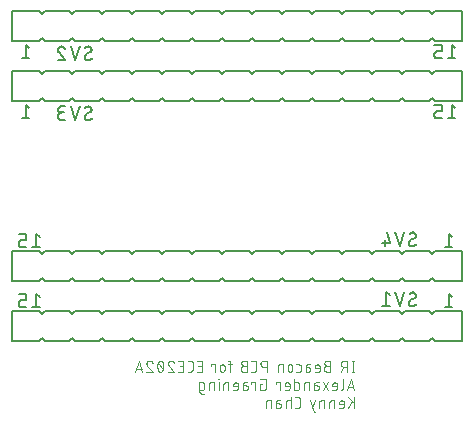
<source format=gbr>
G04 EAGLE Gerber RS-274X export*
G75*
%MOMM*%
%FSLAX34Y34*%
%LPD*%
%INSilkscreen Bottom*%
%IPPOS*%
%AMOC8*
5,1,8,0,0,1.08239X$1,22.5*%
G01*
%ADD10C,0.076200*%
%ADD11C,0.152400*%
%ADD12C,0.127000*%


D10*
X598015Y343789D02*
X598015Y334391D01*
X599059Y334391D02*
X596971Y334391D01*
X596971Y343789D02*
X599059Y343789D01*
X592948Y343789D02*
X592948Y334391D01*
X592948Y343789D02*
X590338Y343789D01*
X590237Y343787D01*
X590136Y343781D01*
X590035Y343771D01*
X589935Y343758D01*
X589835Y343740D01*
X589736Y343719D01*
X589638Y343693D01*
X589541Y343664D01*
X589445Y343632D01*
X589351Y343595D01*
X589258Y343555D01*
X589166Y343511D01*
X589077Y343464D01*
X588989Y343413D01*
X588903Y343359D01*
X588820Y343302D01*
X588738Y343242D01*
X588660Y343178D01*
X588583Y343112D01*
X588510Y343042D01*
X588439Y342970D01*
X588371Y342895D01*
X588306Y342817D01*
X588244Y342737D01*
X588185Y342655D01*
X588129Y342570D01*
X588077Y342484D01*
X588028Y342395D01*
X587982Y342304D01*
X587941Y342212D01*
X587902Y342118D01*
X587868Y342023D01*
X587837Y341927D01*
X587810Y341829D01*
X587786Y341731D01*
X587767Y341631D01*
X587751Y341531D01*
X587739Y341431D01*
X587731Y341330D01*
X587727Y341229D01*
X587727Y341127D01*
X587731Y341026D01*
X587739Y340925D01*
X587751Y340825D01*
X587767Y340725D01*
X587786Y340625D01*
X587810Y340527D01*
X587837Y340429D01*
X587868Y340333D01*
X587902Y340238D01*
X587941Y340144D01*
X587982Y340052D01*
X588028Y339961D01*
X588077Y339873D01*
X588129Y339786D01*
X588185Y339701D01*
X588244Y339619D01*
X588306Y339539D01*
X588371Y339461D01*
X588439Y339386D01*
X588510Y339314D01*
X588583Y339244D01*
X588660Y339178D01*
X588738Y339114D01*
X588820Y339054D01*
X588903Y338997D01*
X588989Y338943D01*
X589077Y338892D01*
X589166Y338845D01*
X589258Y338801D01*
X589351Y338761D01*
X589445Y338724D01*
X589541Y338692D01*
X589638Y338663D01*
X589736Y338637D01*
X589835Y338616D01*
X589935Y338598D01*
X590035Y338585D01*
X590136Y338575D01*
X590237Y338569D01*
X590338Y338567D01*
X590338Y338568D02*
X592948Y338568D01*
X589816Y338568D02*
X587727Y334391D01*
X578549Y339612D02*
X575938Y339612D01*
X575938Y339613D02*
X575837Y339611D01*
X575736Y339605D01*
X575635Y339595D01*
X575535Y339582D01*
X575435Y339564D01*
X575336Y339543D01*
X575238Y339517D01*
X575141Y339488D01*
X575045Y339456D01*
X574951Y339419D01*
X574858Y339379D01*
X574766Y339335D01*
X574677Y339288D01*
X574589Y339237D01*
X574503Y339183D01*
X574420Y339126D01*
X574338Y339066D01*
X574260Y339002D01*
X574183Y338936D01*
X574110Y338866D01*
X574039Y338794D01*
X573971Y338719D01*
X573906Y338641D01*
X573844Y338561D01*
X573785Y338479D01*
X573729Y338394D01*
X573677Y338308D01*
X573628Y338219D01*
X573582Y338128D01*
X573541Y338036D01*
X573502Y337942D01*
X573468Y337847D01*
X573437Y337751D01*
X573410Y337653D01*
X573386Y337555D01*
X573367Y337455D01*
X573351Y337355D01*
X573339Y337255D01*
X573331Y337154D01*
X573327Y337053D01*
X573327Y336951D01*
X573331Y336850D01*
X573339Y336749D01*
X573351Y336649D01*
X573367Y336549D01*
X573386Y336449D01*
X573410Y336351D01*
X573437Y336253D01*
X573468Y336157D01*
X573502Y336062D01*
X573541Y335968D01*
X573582Y335876D01*
X573628Y335785D01*
X573677Y335697D01*
X573729Y335610D01*
X573785Y335525D01*
X573844Y335443D01*
X573906Y335363D01*
X573971Y335285D01*
X574039Y335210D01*
X574110Y335138D01*
X574183Y335068D01*
X574260Y335002D01*
X574338Y334938D01*
X574420Y334878D01*
X574503Y334821D01*
X574589Y334767D01*
X574677Y334716D01*
X574766Y334669D01*
X574858Y334625D01*
X574951Y334585D01*
X575045Y334548D01*
X575141Y334516D01*
X575238Y334487D01*
X575336Y334461D01*
X575435Y334440D01*
X575535Y334422D01*
X575635Y334409D01*
X575736Y334399D01*
X575837Y334393D01*
X575938Y334391D01*
X578549Y334391D01*
X578549Y343789D01*
X575938Y343789D01*
X575848Y343787D01*
X575759Y343781D01*
X575669Y343772D01*
X575580Y343758D01*
X575492Y343741D01*
X575405Y343720D01*
X575318Y343695D01*
X575233Y343666D01*
X575149Y343634D01*
X575067Y343599D01*
X574986Y343559D01*
X574907Y343517D01*
X574830Y343471D01*
X574755Y343421D01*
X574682Y343369D01*
X574611Y343313D01*
X574543Y343255D01*
X574478Y343193D01*
X574415Y343129D01*
X574355Y343062D01*
X574298Y342993D01*
X574244Y342921D01*
X574193Y342847D01*
X574145Y342771D01*
X574101Y342693D01*
X574060Y342613D01*
X574022Y342531D01*
X573988Y342448D01*
X573958Y342363D01*
X573931Y342277D01*
X573908Y342191D01*
X573889Y342103D01*
X573874Y342014D01*
X573862Y341925D01*
X573854Y341836D01*
X573850Y341746D01*
X573850Y341656D01*
X573854Y341566D01*
X573862Y341477D01*
X573874Y341388D01*
X573889Y341299D01*
X573908Y341211D01*
X573931Y341125D01*
X573958Y341039D01*
X573988Y340954D01*
X574022Y340871D01*
X574060Y340789D01*
X574101Y340709D01*
X574145Y340631D01*
X574193Y340555D01*
X574244Y340481D01*
X574298Y340409D01*
X574355Y340340D01*
X574415Y340273D01*
X574478Y340209D01*
X574543Y340147D01*
X574611Y340089D01*
X574682Y340033D01*
X574755Y339981D01*
X574830Y339931D01*
X574907Y339885D01*
X574986Y339843D01*
X575067Y339803D01*
X575149Y339768D01*
X575233Y339736D01*
X575318Y339707D01*
X575405Y339682D01*
X575492Y339661D01*
X575580Y339644D01*
X575669Y339630D01*
X575759Y339621D01*
X575848Y339615D01*
X575938Y339613D01*
X568362Y334391D02*
X565751Y334391D01*
X568362Y334391D02*
X568439Y334393D01*
X568515Y334399D01*
X568592Y334408D01*
X568668Y334421D01*
X568743Y334438D01*
X568817Y334458D01*
X568890Y334483D01*
X568961Y334510D01*
X569032Y334541D01*
X569100Y334576D01*
X569167Y334614D01*
X569232Y334655D01*
X569295Y334699D01*
X569355Y334746D01*
X569414Y334797D01*
X569469Y334850D01*
X569522Y334905D01*
X569573Y334964D01*
X569620Y335024D01*
X569664Y335087D01*
X569705Y335152D01*
X569743Y335219D01*
X569778Y335287D01*
X569809Y335358D01*
X569836Y335429D01*
X569861Y335502D01*
X569881Y335576D01*
X569898Y335651D01*
X569911Y335727D01*
X569920Y335804D01*
X569926Y335880D01*
X569928Y335957D01*
X569928Y338568D01*
X569926Y338658D01*
X569920Y338747D01*
X569911Y338837D01*
X569897Y338926D01*
X569880Y339014D01*
X569859Y339101D01*
X569834Y339188D01*
X569805Y339273D01*
X569773Y339357D01*
X569738Y339439D01*
X569698Y339520D01*
X569656Y339599D01*
X569610Y339676D01*
X569560Y339751D01*
X569508Y339824D01*
X569452Y339895D01*
X569394Y339963D01*
X569332Y340028D01*
X569268Y340091D01*
X569201Y340151D01*
X569132Y340208D01*
X569060Y340262D01*
X568986Y340313D01*
X568910Y340361D01*
X568832Y340405D01*
X568752Y340446D01*
X568670Y340484D01*
X568587Y340518D01*
X568502Y340548D01*
X568416Y340575D01*
X568330Y340598D01*
X568242Y340617D01*
X568153Y340632D01*
X568064Y340644D01*
X567975Y340652D01*
X567885Y340656D01*
X567795Y340656D01*
X567705Y340652D01*
X567616Y340644D01*
X567527Y340632D01*
X567438Y340617D01*
X567350Y340598D01*
X567264Y340575D01*
X567178Y340548D01*
X567093Y340518D01*
X567010Y340484D01*
X566928Y340446D01*
X566848Y340405D01*
X566770Y340361D01*
X566694Y340313D01*
X566620Y340262D01*
X566548Y340208D01*
X566479Y340151D01*
X566412Y340091D01*
X566348Y340028D01*
X566286Y339963D01*
X566228Y339895D01*
X566172Y339824D01*
X566120Y339751D01*
X566070Y339676D01*
X566024Y339599D01*
X565982Y339520D01*
X565942Y339439D01*
X565907Y339357D01*
X565875Y339273D01*
X565846Y339188D01*
X565821Y339101D01*
X565800Y339014D01*
X565783Y338926D01*
X565769Y338837D01*
X565760Y338747D01*
X565754Y338658D01*
X565752Y338568D01*
X565751Y338568D02*
X565751Y337524D01*
X569928Y337524D01*
X560222Y338046D02*
X557872Y338046D01*
X560222Y338045D02*
X560306Y338043D01*
X560391Y338037D01*
X560474Y338027D01*
X560558Y338014D01*
X560640Y337996D01*
X560722Y337975D01*
X560803Y337950D01*
X560882Y337922D01*
X560960Y337889D01*
X561036Y337853D01*
X561111Y337814D01*
X561184Y337771D01*
X561255Y337725D01*
X561323Y337676D01*
X561389Y337624D01*
X561453Y337568D01*
X561514Y337510D01*
X561572Y337449D01*
X561628Y337385D01*
X561680Y337319D01*
X561729Y337251D01*
X561775Y337180D01*
X561818Y337107D01*
X561857Y337032D01*
X561893Y336956D01*
X561926Y336878D01*
X561954Y336799D01*
X561979Y336718D01*
X562000Y336636D01*
X562018Y336554D01*
X562031Y336470D01*
X562041Y336387D01*
X562047Y336302D01*
X562049Y336218D01*
X562047Y336134D01*
X562041Y336049D01*
X562031Y335966D01*
X562018Y335882D01*
X562000Y335800D01*
X561979Y335718D01*
X561954Y335637D01*
X561926Y335558D01*
X561893Y335480D01*
X561857Y335404D01*
X561818Y335329D01*
X561775Y335256D01*
X561729Y335185D01*
X561680Y335117D01*
X561628Y335051D01*
X561572Y334987D01*
X561514Y334926D01*
X561453Y334868D01*
X561389Y334812D01*
X561323Y334760D01*
X561255Y334711D01*
X561184Y334665D01*
X561111Y334622D01*
X561036Y334583D01*
X560960Y334547D01*
X560882Y334514D01*
X560803Y334486D01*
X560722Y334461D01*
X560640Y334440D01*
X560558Y334422D01*
X560474Y334409D01*
X560391Y334399D01*
X560306Y334393D01*
X560222Y334391D01*
X557872Y334391D01*
X557872Y339090D01*
X557873Y339090D02*
X557875Y339167D01*
X557881Y339243D01*
X557890Y339320D01*
X557903Y339396D01*
X557920Y339471D01*
X557940Y339545D01*
X557965Y339618D01*
X557992Y339689D01*
X558023Y339760D01*
X558058Y339828D01*
X558096Y339895D01*
X558137Y339960D01*
X558181Y340023D01*
X558228Y340083D01*
X558279Y340142D01*
X558332Y340197D01*
X558387Y340250D01*
X558446Y340301D01*
X558506Y340348D01*
X558569Y340392D01*
X558634Y340433D01*
X558701Y340471D01*
X558769Y340506D01*
X558840Y340537D01*
X558911Y340564D01*
X558984Y340589D01*
X559059Y340609D01*
X559134Y340626D01*
X559209Y340639D01*
X559286Y340648D01*
X559362Y340654D01*
X559439Y340656D01*
X561527Y340656D01*
X552197Y334391D02*
X550109Y334391D01*
X552197Y334391D02*
X552274Y334393D01*
X552350Y334399D01*
X552427Y334408D01*
X552503Y334421D01*
X552578Y334438D01*
X552652Y334458D01*
X552725Y334483D01*
X552796Y334510D01*
X552867Y334541D01*
X552935Y334576D01*
X553002Y334614D01*
X553067Y334655D01*
X553130Y334699D01*
X553190Y334746D01*
X553249Y334797D01*
X553304Y334850D01*
X553357Y334905D01*
X553408Y334964D01*
X553455Y335024D01*
X553499Y335087D01*
X553540Y335152D01*
X553578Y335219D01*
X553613Y335287D01*
X553644Y335358D01*
X553671Y335429D01*
X553696Y335502D01*
X553716Y335576D01*
X553733Y335651D01*
X553746Y335727D01*
X553755Y335804D01*
X553761Y335880D01*
X553763Y335957D01*
X553764Y335957D02*
X553764Y339090D01*
X553763Y339090D02*
X553761Y339167D01*
X553755Y339243D01*
X553746Y339320D01*
X553733Y339396D01*
X553716Y339471D01*
X553696Y339545D01*
X553671Y339618D01*
X553644Y339689D01*
X553613Y339760D01*
X553578Y339828D01*
X553540Y339895D01*
X553499Y339960D01*
X553455Y340023D01*
X553408Y340083D01*
X553357Y340142D01*
X553304Y340197D01*
X553249Y340250D01*
X553190Y340301D01*
X553130Y340348D01*
X553067Y340392D01*
X553002Y340433D01*
X552935Y340471D01*
X552867Y340506D01*
X552796Y340537D01*
X552725Y340564D01*
X552652Y340589D01*
X552578Y340609D01*
X552503Y340626D01*
X552427Y340639D01*
X552350Y340648D01*
X552274Y340654D01*
X552197Y340656D01*
X550109Y340656D01*
X546764Y338568D02*
X546764Y336479D01*
X546763Y338568D02*
X546761Y338658D01*
X546755Y338747D01*
X546746Y338837D01*
X546732Y338926D01*
X546715Y339014D01*
X546694Y339101D01*
X546669Y339188D01*
X546640Y339273D01*
X546608Y339357D01*
X546573Y339439D01*
X546533Y339520D01*
X546491Y339599D01*
X546445Y339676D01*
X546395Y339751D01*
X546343Y339824D01*
X546287Y339895D01*
X546229Y339963D01*
X546167Y340028D01*
X546103Y340091D01*
X546036Y340151D01*
X545967Y340208D01*
X545895Y340262D01*
X545821Y340313D01*
X545745Y340361D01*
X545667Y340405D01*
X545587Y340446D01*
X545505Y340484D01*
X545422Y340518D01*
X545337Y340548D01*
X545251Y340575D01*
X545165Y340598D01*
X545077Y340617D01*
X544988Y340632D01*
X544899Y340644D01*
X544810Y340652D01*
X544720Y340656D01*
X544630Y340656D01*
X544540Y340652D01*
X544451Y340644D01*
X544362Y340632D01*
X544273Y340617D01*
X544185Y340598D01*
X544099Y340575D01*
X544013Y340548D01*
X543928Y340518D01*
X543845Y340484D01*
X543763Y340446D01*
X543683Y340405D01*
X543605Y340361D01*
X543529Y340313D01*
X543455Y340262D01*
X543383Y340208D01*
X543314Y340151D01*
X543247Y340091D01*
X543183Y340028D01*
X543121Y339963D01*
X543063Y339895D01*
X543007Y339824D01*
X542955Y339751D01*
X542905Y339676D01*
X542859Y339599D01*
X542817Y339520D01*
X542777Y339439D01*
X542742Y339357D01*
X542710Y339273D01*
X542681Y339188D01*
X542656Y339101D01*
X542635Y339014D01*
X542618Y338926D01*
X542604Y338837D01*
X542595Y338747D01*
X542589Y338658D01*
X542587Y338568D01*
X542587Y336479D01*
X542589Y336389D01*
X542595Y336300D01*
X542604Y336210D01*
X542618Y336121D01*
X542635Y336033D01*
X542656Y335946D01*
X542681Y335859D01*
X542710Y335774D01*
X542742Y335690D01*
X542777Y335608D01*
X542817Y335527D01*
X542859Y335448D01*
X542905Y335371D01*
X542955Y335296D01*
X543007Y335223D01*
X543063Y335152D01*
X543121Y335084D01*
X543183Y335019D01*
X543247Y334956D01*
X543314Y334896D01*
X543383Y334839D01*
X543455Y334785D01*
X543529Y334734D01*
X543605Y334686D01*
X543683Y334642D01*
X543763Y334601D01*
X543845Y334563D01*
X543928Y334529D01*
X544013Y334499D01*
X544099Y334472D01*
X544185Y334449D01*
X544273Y334430D01*
X544362Y334415D01*
X544451Y334403D01*
X544540Y334395D01*
X544630Y334391D01*
X544720Y334391D01*
X544810Y334395D01*
X544899Y334403D01*
X544988Y334415D01*
X545077Y334430D01*
X545165Y334449D01*
X545251Y334472D01*
X545337Y334499D01*
X545422Y334529D01*
X545505Y334563D01*
X545587Y334601D01*
X545667Y334642D01*
X545745Y334686D01*
X545821Y334734D01*
X545895Y334785D01*
X545967Y334839D01*
X546036Y334896D01*
X546103Y334956D01*
X546167Y335019D01*
X546229Y335084D01*
X546287Y335152D01*
X546343Y335223D01*
X546395Y335296D01*
X546445Y335371D01*
X546491Y335448D01*
X546533Y335527D01*
X546573Y335608D01*
X546608Y335690D01*
X546640Y335774D01*
X546669Y335859D01*
X546694Y335946D01*
X546715Y336033D01*
X546732Y336121D01*
X546746Y336210D01*
X546755Y336300D01*
X546761Y336389D01*
X546763Y336479D01*
X538534Y334391D02*
X538534Y340656D01*
X535923Y340656D01*
X535846Y340654D01*
X535770Y340648D01*
X535693Y340639D01*
X535617Y340626D01*
X535543Y340609D01*
X535468Y340589D01*
X535395Y340564D01*
X535324Y340537D01*
X535253Y340506D01*
X535185Y340471D01*
X535118Y340433D01*
X535053Y340392D01*
X534990Y340348D01*
X534930Y340301D01*
X534871Y340250D01*
X534816Y340197D01*
X534763Y340142D01*
X534712Y340083D01*
X534665Y340023D01*
X534621Y339960D01*
X534580Y339895D01*
X534542Y339828D01*
X534507Y339760D01*
X534476Y339689D01*
X534449Y339618D01*
X534424Y339545D01*
X534404Y339471D01*
X534387Y339396D01*
X534374Y339320D01*
X534365Y339244D01*
X534359Y339167D01*
X534357Y339090D01*
X534357Y334391D01*
X524904Y334391D02*
X524904Y343789D01*
X522294Y343789D01*
X522193Y343787D01*
X522092Y343781D01*
X521991Y343771D01*
X521891Y343758D01*
X521791Y343740D01*
X521692Y343719D01*
X521594Y343693D01*
X521497Y343664D01*
X521401Y343632D01*
X521307Y343595D01*
X521214Y343555D01*
X521122Y343511D01*
X521033Y343464D01*
X520945Y343413D01*
X520859Y343359D01*
X520776Y343302D01*
X520694Y343242D01*
X520616Y343178D01*
X520539Y343112D01*
X520466Y343042D01*
X520395Y342970D01*
X520327Y342895D01*
X520262Y342817D01*
X520200Y342737D01*
X520141Y342655D01*
X520085Y342570D01*
X520033Y342484D01*
X519984Y342395D01*
X519938Y342304D01*
X519897Y342212D01*
X519858Y342118D01*
X519824Y342023D01*
X519793Y341927D01*
X519766Y341829D01*
X519742Y341731D01*
X519723Y341631D01*
X519707Y341531D01*
X519695Y341431D01*
X519687Y341330D01*
X519683Y341229D01*
X519683Y341127D01*
X519687Y341026D01*
X519695Y340925D01*
X519707Y340825D01*
X519723Y340725D01*
X519742Y340625D01*
X519766Y340527D01*
X519793Y340429D01*
X519824Y340333D01*
X519858Y340238D01*
X519897Y340144D01*
X519938Y340052D01*
X519984Y339961D01*
X520033Y339873D01*
X520085Y339786D01*
X520141Y339701D01*
X520200Y339619D01*
X520262Y339539D01*
X520327Y339461D01*
X520395Y339386D01*
X520466Y339314D01*
X520539Y339244D01*
X520616Y339178D01*
X520694Y339114D01*
X520776Y339054D01*
X520859Y338997D01*
X520945Y338943D01*
X521033Y338892D01*
X521122Y338845D01*
X521214Y338801D01*
X521307Y338761D01*
X521401Y338724D01*
X521497Y338692D01*
X521594Y338663D01*
X521692Y338637D01*
X521791Y338616D01*
X521891Y338598D01*
X521991Y338585D01*
X522092Y338575D01*
X522193Y338569D01*
X522294Y338567D01*
X522294Y338568D02*
X524904Y338568D01*
X514134Y334391D02*
X512045Y334391D01*
X514134Y334391D02*
X514223Y334393D01*
X514311Y334399D01*
X514399Y334408D01*
X514487Y334421D01*
X514574Y334438D01*
X514660Y334458D01*
X514745Y334483D01*
X514830Y334510D01*
X514913Y334542D01*
X514994Y334576D01*
X515074Y334615D01*
X515152Y334656D01*
X515229Y334701D01*
X515303Y334749D01*
X515376Y334800D01*
X515446Y334854D01*
X515513Y334912D01*
X515579Y334972D01*
X515641Y335034D01*
X515701Y335100D01*
X515759Y335167D01*
X515813Y335237D01*
X515864Y335310D01*
X515912Y335384D01*
X515957Y335461D01*
X515998Y335539D01*
X516037Y335619D01*
X516071Y335700D01*
X516103Y335783D01*
X516130Y335868D01*
X516155Y335953D01*
X516175Y336039D01*
X516192Y336126D01*
X516205Y336214D01*
X516214Y336302D01*
X516220Y336390D01*
X516222Y336479D01*
X516222Y341701D01*
X516220Y341790D01*
X516214Y341878D01*
X516205Y341966D01*
X516192Y342054D01*
X516175Y342141D01*
X516155Y342227D01*
X516130Y342312D01*
X516103Y342397D01*
X516071Y342480D01*
X516037Y342561D01*
X515998Y342641D01*
X515957Y342719D01*
X515912Y342796D01*
X515864Y342870D01*
X515813Y342943D01*
X515759Y343013D01*
X515701Y343080D01*
X515641Y343146D01*
X515579Y343208D01*
X515513Y343268D01*
X515446Y343326D01*
X515376Y343380D01*
X515303Y343431D01*
X515229Y343479D01*
X515152Y343524D01*
X515074Y343565D01*
X514994Y343604D01*
X514913Y343638D01*
X514830Y343670D01*
X514745Y343697D01*
X514660Y343722D01*
X514574Y343742D01*
X514487Y343759D01*
X514399Y343772D01*
X514311Y343781D01*
X514223Y343787D01*
X514134Y343789D01*
X512045Y343789D01*
X508140Y339612D02*
X505530Y339612D01*
X505530Y339613D02*
X505429Y339611D01*
X505328Y339605D01*
X505227Y339595D01*
X505127Y339582D01*
X505027Y339564D01*
X504928Y339543D01*
X504830Y339517D01*
X504733Y339488D01*
X504637Y339456D01*
X504543Y339419D01*
X504450Y339379D01*
X504358Y339335D01*
X504269Y339288D01*
X504181Y339237D01*
X504095Y339183D01*
X504012Y339126D01*
X503930Y339066D01*
X503852Y339002D01*
X503775Y338936D01*
X503702Y338866D01*
X503631Y338794D01*
X503563Y338719D01*
X503498Y338641D01*
X503436Y338561D01*
X503377Y338479D01*
X503321Y338394D01*
X503269Y338308D01*
X503220Y338219D01*
X503174Y338128D01*
X503133Y338036D01*
X503094Y337942D01*
X503060Y337847D01*
X503029Y337751D01*
X503002Y337653D01*
X502978Y337555D01*
X502959Y337455D01*
X502943Y337355D01*
X502931Y337255D01*
X502923Y337154D01*
X502919Y337053D01*
X502919Y336951D01*
X502923Y336850D01*
X502931Y336749D01*
X502943Y336649D01*
X502959Y336549D01*
X502978Y336449D01*
X503002Y336351D01*
X503029Y336253D01*
X503060Y336157D01*
X503094Y336062D01*
X503133Y335968D01*
X503174Y335876D01*
X503220Y335785D01*
X503269Y335697D01*
X503321Y335610D01*
X503377Y335525D01*
X503436Y335443D01*
X503498Y335363D01*
X503563Y335285D01*
X503631Y335210D01*
X503702Y335138D01*
X503775Y335068D01*
X503852Y335002D01*
X503930Y334938D01*
X504012Y334878D01*
X504095Y334821D01*
X504181Y334767D01*
X504269Y334716D01*
X504358Y334669D01*
X504450Y334625D01*
X504543Y334585D01*
X504637Y334548D01*
X504733Y334516D01*
X504830Y334487D01*
X504928Y334461D01*
X505027Y334440D01*
X505127Y334422D01*
X505227Y334409D01*
X505328Y334399D01*
X505429Y334393D01*
X505530Y334391D01*
X508140Y334391D01*
X508140Y343789D01*
X505530Y343789D01*
X505440Y343787D01*
X505351Y343781D01*
X505261Y343772D01*
X505172Y343758D01*
X505084Y343741D01*
X504997Y343720D01*
X504910Y343695D01*
X504825Y343666D01*
X504741Y343634D01*
X504659Y343599D01*
X504578Y343559D01*
X504499Y343517D01*
X504422Y343471D01*
X504347Y343421D01*
X504274Y343369D01*
X504203Y343313D01*
X504135Y343255D01*
X504070Y343193D01*
X504007Y343129D01*
X503947Y343062D01*
X503890Y342993D01*
X503836Y342921D01*
X503785Y342847D01*
X503737Y342771D01*
X503693Y342693D01*
X503652Y342613D01*
X503614Y342531D01*
X503580Y342448D01*
X503550Y342363D01*
X503523Y342277D01*
X503500Y342191D01*
X503481Y342103D01*
X503466Y342014D01*
X503454Y341925D01*
X503446Y341836D01*
X503442Y341746D01*
X503442Y341656D01*
X503446Y341566D01*
X503454Y341477D01*
X503466Y341388D01*
X503481Y341299D01*
X503500Y341211D01*
X503523Y341125D01*
X503550Y341039D01*
X503580Y340954D01*
X503614Y340871D01*
X503652Y340789D01*
X503693Y340709D01*
X503737Y340631D01*
X503785Y340555D01*
X503836Y340481D01*
X503890Y340409D01*
X503947Y340340D01*
X504007Y340273D01*
X504070Y340209D01*
X504135Y340147D01*
X504203Y340089D01*
X504274Y340033D01*
X504347Y339981D01*
X504422Y339931D01*
X504499Y339885D01*
X504578Y339843D01*
X504659Y339803D01*
X504741Y339768D01*
X504825Y339736D01*
X504910Y339707D01*
X504997Y339682D01*
X505084Y339661D01*
X505172Y339644D01*
X505261Y339630D01*
X505351Y339621D01*
X505440Y339615D01*
X505530Y339613D01*
X494138Y342223D02*
X494138Y334391D01*
X494138Y342223D02*
X494136Y342300D01*
X494130Y342376D01*
X494121Y342453D01*
X494108Y342529D01*
X494091Y342604D01*
X494071Y342678D01*
X494046Y342751D01*
X494019Y342822D01*
X493988Y342893D01*
X493953Y342961D01*
X493915Y343028D01*
X493874Y343093D01*
X493830Y343156D01*
X493783Y343216D01*
X493732Y343275D01*
X493679Y343330D01*
X493624Y343383D01*
X493565Y343434D01*
X493505Y343481D01*
X493442Y343525D01*
X493377Y343566D01*
X493310Y343604D01*
X493242Y343639D01*
X493171Y343670D01*
X493100Y343697D01*
X493027Y343722D01*
X492953Y343742D01*
X492878Y343759D01*
X492802Y343772D01*
X492725Y343781D01*
X492649Y343787D01*
X492572Y343789D01*
X492050Y343789D01*
X492050Y340656D02*
X495183Y340656D01*
X489461Y338568D02*
X489461Y336479D01*
X489461Y338568D02*
X489459Y338658D01*
X489453Y338747D01*
X489444Y338837D01*
X489430Y338926D01*
X489413Y339014D01*
X489392Y339101D01*
X489367Y339188D01*
X489338Y339273D01*
X489306Y339357D01*
X489271Y339439D01*
X489231Y339520D01*
X489189Y339599D01*
X489143Y339676D01*
X489093Y339751D01*
X489041Y339824D01*
X488985Y339895D01*
X488927Y339963D01*
X488865Y340028D01*
X488801Y340091D01*
X488734Y340151D01*
X488665Y340208D01*
X488593Y340262D01*
X488519Y340313D01*
X488443Y340361D01*
X488365Y340405D01*
X488285Y340446D01*
X488203Y340484D01*
X488120Y340518D01*
X488035Y340548D01*
X487949Y340575D01*
X487863Y340598D01*
X487775Y340617D01*
X487686Y340632D01*
X487597Y340644D01*
X487508Y340652D01*
X487418Y340656D01*
X487328Y340656D01*
X487238Y340652D01*
X487149Y340644D01*
X487060Y340632D01*
X486971Y340617D01*
X486883Y340598D01*
X486797Y340575D01*
X486711Y340548D01*
X486626Y340518D01*
X486543Y340484D01*
X486461Y340446D01*
X486381Y340405D01*
X486303Y340361D01*
X486227Y340313D01*
X486153Y340262D01*
X486081Y340208D01*
X486012Y340151D01*
X485945Y340091D01*
X485881Y340028D01*
X485819Y339963D01*
X485761Y339895D01*
X485705Y339824D01*
X485653Y339751D01*
X485603Y339676D01*
X485557Y339599D01*
X485515Y339520D01*
X485475Y339439D01*
X485440Y339357D01*
X485408Y339273D01*
X485379Y339188D01*
X485354Y339101D01*
X485333Y339014D01*
X485316Y338926D01*
X485302Y338837D01*
X485293Y338747D01*
X485287Y338658D01*
X485285Y338568D01*
X485285Y336479D01*
X485287Y336389D01*
X485293Y336300D01*
X485302Y336210D01*
X485316Y336121D01*
X485333Y336033D01*
X485354Y335946D01*
X485379Y335859D01*
X485408Y335774D01*
X485440Y335690D01*
X485475Y335608D01*
X485515Y335527D01*
X485557Y335448D01*
X485603Y335371D01*
X485653Y335296D01*
X485705Y335223D01*
X485761Y335152D01*
X485819Y335084D01*
X485881Y335019D01*
X485945Y334956D01*
X486012Y334896D01*
X486081Y334839D01*
X486153Y334785D01*
X486227Y334734D01*
X486303Y334686D01*
X486381Y334642D01*
X486461Y334601D01*
X486543Y334563D01*
X486626Y334529D01*
X486711Y334499D01*
X486797Y334472D01*
X486883Y334449D01*
X486971Y334430D01*
X487060Y334415D01*
X487149Y334403D01*
X487238Y334395D01*
X487328Y334391D01*
X487418Y334391D01*
X487508Y334395D01*
X487597Y334403D01*
X487686Y334415D01*
X487775Y334430D01*
X487863Y334449D01*
X487949Y334472D01*
X488035Y334499D01*
X488120Y334529D01*
X488203Y334563D01*
X488285Y334601D01*
X488365Y334642D01*
X488443Y334686D01*
X488519Y334734D01*
X488593Y334785D01*
X488665Y334839D01*
X488734Y334896D01*
X488801Y334956D01*
X488865Y335019D01*
X488927Y335084D01*
X488985Y335152D01*
X489041Y335223D01*
X489093Y335296D01*
X489143Y335371D01*
X489189Y335448D01*
X489231Y335527D01*
X489271Y335608D01*
X489306Y335690D01*
X489338Y335774D01*
X489367Y335859D01*
X489392Y335946D01*
X489413Y336033D01*
X489430Y336121D01*
X489444Y336210D01*
X489453Y336300D01*
X489459Y336389D01*
X489461Y336479D01*
X481180Y334391D02*
X481180Y340656D01*
X478048Y340656D01*
X478048Y339612D01*
X469849Y334391D02*
X465673Y334391D01*
X469849Y334391D02*
X469849Y343789D01*
X465673Y343789D01*
X466717Y339612D02*
X469849Y339612D01*
X460184Y334391D02*
X458096Y334391D01*
X460184Y334391D02*
X460273Y334393D01*
X460361Y334399D01*
X460449Y334408D01*
X460537Y334421D01*
X460624Y334438D01*
X460710Y334458D01*
X460795Y334483D01*
X460880Y334510D01*
X460963Y334542D01*
X461044Y334576D01*
X461124Y334615D01*
X461202Y334656D01*
X461279Y334701D01*
X461353Y334749D01*
X461426Y334800D01*
X461496Y334854D01*
X461563Y334912D01*
X461629Y334972D01*
X461691Y335034D01*
X461751Y335100D01*
X461809Y335167D01*
X461863Y335237D01*
X461914Y335310D01*
X461962Y335384D01*
X462007Y335461D01*
X462048Y335539D01*
X462087Y335619D01*
X462121Y335700D01*
X462153Y335783D01*
X462180Y335868D01*
X462205Y335953D01*
X462225Y336039D01*
X462242Y336126D01*
X462255Y336214D01*
X462264Y336302D01*
X462270Y336390D01*
X462272Y336479D01*
X462273Y336479D02*
X462273Y341701D01*
X462272Y341701D02*
X462270Y341790D01*
X462264Y341878D01*
X462255Y341966D01*
X462242Y342054D01*
X462225Y342141D01*
X462205Y342227D01*
X462180Y342312D01*
X462153Y342397D01*
X462121Y342480D01*
X462087Y342561D01*
X462048Y342641D01*
X462007Y342719D01*
X461962Y342796D01*
X461914Y342870D01*
X461863Y342943D01*
X461809Y343013D01*
X461751Y343080D01*
X461691Y343146D01*
X461629Y343208D01*
X461563Y343268D01*
X461496Y343326D01*
X461426Y343380D01*
X461353Y343431D01*
X461279Y343479D01*
X461202Y343524D01*
X461124Y343565D01*
X461044Y343604D01*
X460963Y343638D01*
X460880Y343670D01*
X460795Y343697D01*
X460710Y343722D01*
X460624Y343742D01*
X460537Y343759D01*
X460449Y343772D01*
X460361Y343781D01*
X460273Y343787D01*
X460184Y343789D01*
X458096Y343789D01*
X454305Y334391D02*
X450128Y334391D01*
X454305Y334391D02*
X454305Y343789D01*
X450128Y343789D01*
X451172Y339612D02*
X454305Y339612D01*
X443831Y343790D02*
X443736Y343788D01*
X443642Y343782D01*
X443548Y343773D01*
X443454Y343760D01*
X443361Y343743D01*
X443269Y343722D01*
X443177Y343697D01*
X443087Y343669D01*
X442998Y343637D01*
X442910Y343602D01*
X442824Y343563D01*
X442739Y343521D01*
X442656Y343475D01*
X442575Y343426D01*
X442496Y343374D01*
X442419Y343319D01*
X442345Y343260D01*
X442273Y343199D01*
X442203Y343135D01*
X442136Y343068D01*
X442072Y342998D01*
X442011Y342926D01*
X441952Y342852D01*
X441897Y342775D01*
X441845Y342696D01*
X441796Y342615D01*
X441750Y342532D01*
X441708Y342447D01*
X441669Y342361D01*
X441634Y342273D01*
X441602Y342184D01*
X441574Y342094D01*
X441549Y342002D01*
X441528Y341910D01*
X441511Y341817D01*
X441498Y341723D01*
X441489Y341629D01*
X441483Y341535D01*
X441481Y341440D01*
X443831Y343789D02*
X443939Y343787D01*
X444048Y343781D01*
X444156Y343771D01*
X444263Y343758D01*
X444370Y343740D01*
X444477Y343719D01*
X444582Y343694D01*
X444687Y343665D01*
X444790Y343633D01*
X444892Y343596D01*
X444993Y343556D01*
X445092Y343513D01*
X445190Y343466D01*
X445286Y343415D01*
X445380Y343361D01*
X445472Y343304D01*
X445562Y343243D01*
X445650Y343179D01*
X445735Y343113D01*
X445818Y343043D01*
X445898Y342970D01*
X445976Y342894D01*
X446051Y342816D01*
X446123Y342735D01*
X446192Y342651D01*
X446258Y342565D01*
X446321Y342477D01*
X446380Y342386D01*
X446437Y342294D01*
X446490Y342199D01*
X446539Y342102D01*
X446585Y342004D01*
X446628Y341905D01*
X446667Y341803D01*
X446702Y341701D01*
X442264Y339612D02*
X442195Y339681D01*
X442129Y339752D01*
X442065Y339825D01*
X442004Y339901D01*
X441946Y339980D01*
X441892Y340060D01*
X441840Y340143D01*
X441792Y340227D01*
X441746Y340313D01*
X441705Y340401D01*
X441666Y340491D01*
X441631Y340582D01*
X441600Y340674D01*
X441572Y340767D01*
X441548Y340861D01*
X441528Y340956D01*
X441511Y341052D01*
X441498Y341149D01*
X441489Y341246D01*
X441483Y341343D01*
X441481Y341440D01*
X442264Y339612D02*
X446702Y334391D01*
X441481Y334391D01*
X437559Y339090D02*
X437557Y339275D01*
X437550Y339460D01*
X437539Y339644D01*
X437524Y339828D01*
X437504Y340012D01*
X437480Y340196D01*
X437451Y340378D01*
X437418Y340560D01*
X437381Y340741D01*
X437339Y340921D01*
X437293Y341101D01*
X437243Y341279D01*
X437189Y341455D01*
X437130Y341631D01*
X437068Y341805D01*
X437001Y341977D01*
X436930Y342148D01*
X436855Y342317D01*
X436776Y342484D01*
X436746Y342564D01*
X436713Y342643D01*
X436676Y342720D01*
X436636Y342796D01*
X436593Y342870D01*
X436547Y342942D01*
X436497Y343011D01*
X436445Y343079D01*
X436389Y343144D01*
X436331Y343207D01*
X436269Y343266D01*
X436206Y343324D01*
X436139Y343378D01*
X436071Y343429D01*
X436000Y343477D01*
X435927Y343522D01*
X435853Y343564D01*
X435776Y343602D01*
X435698Y343637D01*
X435619Y343669D01*
X435538Y343697D01*
X435456Y343721D01*
X435372Y343742D01*
X435289Y343759D01*
X435204Y343772D01*
X435119Y343781D01*
X435034Y343787D01*
X434948Y343789D01*
X434862Y343787D01*
X434777Y343781D01*
X434692Y343772D01*
X434607Y343759D01*
X434524Y343742D01*
X434440Y343721D01*
X434358Y343697D01*
X434278Y343669D01*
X434198Y343637D01*
X434120Y343602D01*
X434043Y343564D01*
X433969Y343522D01*
X433896Y343477D01*
X433825Y343429D01*
X433757Y343378D01*
X433690Y343324D01*
X433627Y343266D01*
X433566Y343207D01*
X433507Y343144D01*
X433452Y343079D01*
X433399Y343011D01*
X433349Y342942D01*
X433303Y342870D01*
X433260Y342796D01*
X433220Y342720D01*
X433183Y342643D01*
X433150Y342564D01*
X433120Y342484D01*
X433041Y342317D01*
X432966Y342148D01*
X432895Y341977D01*
X432828Y341805D01*
X432766Y341631D01*
X432707Y341455D01*
X432653Y341279D01*
X432603Y341101D01*
X432557Y340921D01*
X432515Y340741D01*
X432478Y340560D01*
X432445Y340378D01*
X432416Y340196D01*
X432392Y340012D01*
X432372Y339828D01*
X432357Y339644D01*
X432346Y339460D01*
X432339Y339275D01*
X432337Y339090D01*
X437558Y339090D02*
X437556Y338905D01*
X437549Y338720D01*
X437538Y338536D01*
X437523Y338352D01*
X437503Y338168D01*
X437479Y337984D01*
X437450Y337802D01*
X437417Y337620D01*
X437380Y337439D01*
X437338Y337259D01*
X437292Y337079D01*
X437242Y336901D01*
X437188Y336725D01*
X437129Y336549D01*
X437067Y336375D01*
X437000Y336203D01*
X436929Y336032D01*
X436854Y335863D01*
X436775Y335696D01*
X436776Y335696D02*
X436746Y335616D01*
X436713Y335537D01*
X436676Y335460D01*
X436636Y335384D01*
X436593Y335310D01*
X436547Y335238D01*
X436497Y335169D01*
X436444Y335101D01*
X436389Y335036D01*
X436330Y334973D01*
X436269Y334914D01*
X436206Y334856D01*
X436139Y334802D01*
X436071Y334751D01*
X436000Y334703D01*
X435927Y334658D01*
X435853Y334616D01*
X435776Y334578D01*
X435698Y334543D01*
X435619Y334511D01*
X435538Y334483D01*
X435456Y334459D01*
X435372Y334438D01*
X435289Y334421D01*
X435204Y334408D01*
X435119Y334399D01*
X435034Y334393D01*
X434948Y334391D01*
X433120Y335696D02*
X433041Y335863D01*
X432966Y336032D01*
X432895Y336203D01*
X432828Y336375D01*
X432766Y336549D01*
X432707Y336725D01*
X432653Y336901D01*
X432603Y337079D01*
X432557Y337259D01*
X432515Y337439D01*
X432478Y337620D01*
X432445Y337802D01*
X432416Y337984D01*
X432392Y338168D01*
X432372Y338352D01*
X432357Y338536D01*
X432346Y338720D01*
X432339Y338905D01*
X432337Y339090D01*
X433120Y335696D02*
X433150Y335616D01*
X433183Y335537D01*
X433220Y335460D01*
X433260Y335384D01*
X433303Y335310D01*
X433349Y335238D01*
X433399Y335169D01*
X433452Y335101D01*
X433507Y335036D01*
X433566Y334973D01*
X433627Y334914D01*
X433690Y334856D01*
X433757Y334802D01*
X433825Y334751D01*
X433896Y334703D01*
X433969Y334658D01*
X434043Y334616D01*
X434120Y334578D01*
X434198Y334543D01*
X434278Y334511D01*
X434358Y334483D01*
X434440Y334459D01*
X434524Y334438D01*
X434607Y334421D01*
X434692Y334408D01*
X434777Y334399D01*
X434862Y334393D01*
X434948Y334391D01*
X437036Y336479D02*
X432859Y341701D01*
X425543Y343790D02*
X425448Y343788D01*
X425354Y343782D01*
X425260Y343773D01*
X425166Y343760D01*
X425073Y343743D01*
X424981Y343722D01*
X424889Y343697D01*
X424799Y343669D01*
X424710Y343637D01*
X424622Y343602D01*
X424536Y343563D01*
X424451Y343521D01*
X424368Y343475D01*
X424287Y343426D01*
X424208Y343374D01*
X424131Y343319D01*
X424057Y343260D01*
X423985Y343199D01*
X423915Y343135D01*
X423848Y343068D01*
X423784Y342998D01*
X423723Y342926D01*
X423664Y342852D01*
X423609Y342775D01*
X423557Y342696D01*
X423508Y342615D01*
X423462Y342532D01*
X423420Y342447D01*
X423381Y342361D01*
X423346Y342273D01*
X423314Y342184D01*
X423286Y342094D01*
X423261Y342002D01*
X423240Y341910D01*
X423223Y341817D01*
X423210Y341723D01*
X423201Y341629D01*
X423195Y341535D01*
X423193Y341440D01*
X425543Y343789D02*
X425651Y343787D01*
X425760Y343781D01*
X425868Y343771D01*
X425975Y343758D01*
X426082Y343740D01*
X426189Y343719D01*
X426294Y343694D01*
X426399Y343665D01*
X426502Y343633D01*
X426604Y343596D01*
X426705Y343556D01*
X426804Y343513D01*
X426902Y343466D01*
X426998Y343415D01*
X427092Y343361D01*
X427184Y343304D01*
X427274Y343243D01*
X427362Y343179D01*
X427447Y343113D01*
X427530Y343043D01*
X427610Y342970D01*
X427688Y342894D01*
X427763Y342816D01*
X427835Y342735D01*
X427904Y342651D01*
X427970Y342565D01*
X428033Y342477D01*
X428092Y342386D01*
X428149Y342294D01*
X428202Y342199D01*
X428251Y342102D01*
X428297Y342004D01*
X428340Y341905D01*
X428379Y341803D01*
X428414Y341701D01*
X423976Y339612D02*
X423907Y339681D01*
X423841Y339752D01*
X423777Y339825D01*
X423716Y339901D01*
X423658Y339980D01*
X423604Y340060D01*
X423552Y340143D01*
X423504Y340227D01*
X423458Y340313D01*
X423417Y340401D01*
X423378Y340491D01*
X423343Y340582D01*
X423312Y340674D01*
X423284Y340767D01*
X423260Y340861D01*
X423240Y340956D01*
X423223Y341052D01*
X423210Y341149D01*
X423201Y341246D01*
X423195Y341343D01*
X423193Y341440D01*
X423976Y339612D02*
X428414Y334391D01*
X423193Y334391D01*
X419792Y334391D02*
X416660Y343789D01*
X413527Y334391D01*
X414310Y336741D02*
X419009Y336741D01*
X595926Y328549D02*
X599059Y319151D01*
X592794Y319151D02*
X595926Y328549D01*
X593577Y321501D02*
X598276Y321501D01*
X589355Y320717D02*
X589355Y328549D01*
X589355Y320717D02*
X589353Y320640D01*
X589347Y320564D01*
X589338Y320487D01*
X589325Y320411D01*
X589308Y320336D01*
X589288Y320262D01*
X589263Y320189D01*
X589236Y320118D01*
X589205Y320047D01*
X589170Y319979D01*
X589132Y319912D01*
X589091Y319847D01*
X589047Y319784D01*
X589000Y319724D01*
X588949Y319665D01*
X588896Y319610D01*
X588841Y319557D01*
X588782Y319506D01*
X588722Y319459D01*
X588659Y319415D01*
X588594Y319374D01*
X588527Y319336D01*
X588459Y319301D01*
X588388Y319270D01*
X588317Y319243D01*
X588244Y319218D01*
X588170Y319198D01*
X588095Y319181D01*
X588019Y319168D01*
X587942Y319159D01*
X587866Y319153D01*
X587789Y319151D01*
X583037Y319151D02*
X580427Y319151D01*
X583037Y319151D02*
X583114Y319153D01*
X583190Y319159D01*
X583267Y319168D01*
X583343Y319181D01*
X583418Y319198D01*
X583492Y319218D01*
X583565Y319243D01*
X583636Y319270D01*
X583707Y319301D01*
X583775Y319336D01*
X583842Y319374D01*
X583907Y319415D01*
X583970Y319459D01*
X584030Y319506D01*
X584089Y319557D01*
X584144Y319610D01*
X584197Y319665D01*
X584248Y319724D01*
X584295Y319784D01*
X584339Y319847D01*
X584380Y319912D01*
X584418Y319979D01*
X584453Y320047D01*
X584484Y320118D01*
X584511Y320189D01*
X584536Y320262D01*
X584556Y320336D01*
X584573Y320411D01*
X584586Y320487D01*
X584595Y320564D01*
X584601Y320640D01*
X584603Y320717D01*
X584604Y320717D02*
X584604Y323328D01*
X584603Y323328D02*
X584601Y323418D01*
X584595Y323507D01*
X584586Y323597D01*
X584572Y323686D01*
X584555Y323774D01*
X584534Y323861D01*
X584509Y323948D01*
X584480Y324033D01*
X584448Y324117D01*
X584413Y324199D01*
X584373Y324280D01*
X584331Y324359D01*
X584285Y324436D01*
X584235Y324511D01*
X584183Y324584D01*
X584127Y324655D01*
X584069Y324723D01*
X584007Y324788D01*
X583943Y324851D01*
X583876Y324911D01*
X583807Y324968D01*
X583735Y325022D01*
X583661Y325073D01*
X583585Y325121D01*
X583507Y325165D01*
X583427Y325206D01*
X583345Y325244D01*
X583262Y325278D01*
X583177Y325308D01*
X583091Y325335D01*
X583005Y325358D01*
X582917Y325377D01*
X582828Y325392D01*
X582739Y325404D01*
X582650Y325412D01*
X582560Y325416D01*
X582470Y325416D01*
X582380Y325412D01*
X582291Y325404D01*
X582202Y325392D01*
X582113Y325377D01*
X582025Y325358D01*
X581939Y325335D01*
X581853Y325308D01*
X581768Y325278D01*
X581685Y325244D01*
X581603Y325206D01*
X581523Y325165D01*
X581445Y325121D01*
X581369Y325073D01*
X581295Y325022D01*
X581223Y324968D01*
X581154Y324911D01*
X581087Y324851D01*
X581023Y324788D01*
X580961Y324723D01*
X580903Y324655D01*
X580847Y324584D01*
X580795Y324511D01*
X580745Y324436D01*
X580699Y324359D01*
X580657Y324280D01*
X580617Y324199D01*
X580582Y324117D01*
X580550Y324033D01*
X580521Y323948D01*
X580496Y323861D01*
X580475Y323774D01*
X580458Y323686D01*
X580444Y323597D01*
X580435Y323507D01*
X580429Y323418D01*
X580427Y323328D01*
X580427Y322284D01*
X584604Y322284D01*
X576984Y319151D02*
X572807Y325416D01*
X576984Y325416D02*
X572807Y319151D01*
X567582Y322806D02*
X565233Y322806D01*
X567582Y322805D02*
X567666Y322803D01*
X567751Y322797D01*
X567834Y322787D01*
X567918Y322774D01*
X568000Y322756D01*
X568082Y322735D01*
X568163Y322710D01*
X568242Y322682D01*
X568320Y322649D01*
X568396Y322613D01*
X568471Y322574D01*
X568544Y322531D01*
X568615Y322485D01*
X568683Y322436D01*
X568749Y322384D01*
X568813Y322328D01*
X568874Y322270D01*
X568932Y322209D01*
X568988Y322145D01*
X569040Y322079D01*
X569089Y322011D01*
X569135Y321940D01*
X569178Y321867D01*
X569217Y321792D01*
X569253Y321716D01*
X569286Y321638D01*
X569314Y321559D01*
X569339Y321478D01*
X569360Y321396D01*
X569378Y321314D01*
X569391Y321230D01*
X569401Y321147D01*
X569407Y321062D01*
X569409Y320978D01*
X569407Y320894D01*
X569401Y320809D01*
X569391Y320726D01*
X569378Y320642D01*
X569360Y320560D01*
X569339Y320478D01*
X569314Y320397D01*
X569286Y320318D01*
X569253Y320240D01*
X569217Y320164D01*
X569178Y320089D01*
X569135Y320016D01*
X569089Y319945D01*
X569040Y319877D01*
X568988Y319811D01*
X568932Y319747D01*
X568874Y319686D01*
X568813Y319628D01*
X568749Y319572D01*
X568683Y319520D01*
X568615Y319471D01*
X568544Y319425D01*
X568471Y319382D01*
X568396Y319343D01*
X568320Y319307D01*
X568242Y319274D01*
X568163Y319246D01*
X568082Y319221D01*
X568000Y319200D01*
X567918Y319182D01*
X567834Y319169D01*
X567751Y319159D01*
X567666Y319153D01*
X567582Y319151D01*
X565233Y319151D01*
X565233Y323850D01*
X565235Y323927D01*
X565241Y324003D01*
X565250Y324080D01*
X565263Y324156D01*
X565280Y324231D01*
X565300Y324305D01*
X565325Y324378D01*
X565352Y324449D01*
X565383Y324520D01*
X565418Y324588D01*
X565456Y324655D01*
X565497Y324720D01*
X565541Y324783D01*
X565588Y324843D01*
X565639Y324902D01*
X565692Y324957D01*
X565747Y325010D01*
X565806Y325061D01*
X565866Y325108D01*
X565929Y325152D01*
X565994Y325193D01*
X566061Y325231D01*
X566129Y325266D01*
X566200Y325297D01*
X566271Y325324D01*
X566344Y325349D01*
X566419Y325369D01*
X566494Y325386D01*
X566569Y325399D01*
X566646Y325408D01*
X566722Y325414D01*
X566799Y325416D01*
X568887Y325416D01*
X560829Y325416D02*
X560829Y319151D01*
X560829Y325416D02*
X558219Y325416D01*
X558142Y325414D01*
X558066Y325408D01*
X557989Y325399D01*
X557913Y325386D01*
X557839Y325369D01*
X557764Y325349D01*
X557691Y325324D01*
X557620Y325297D01*
X557549Y325266D01*
X557481Y325231D01*
X557414Y325193D01*
X557349Y325152D01*
X557286Y325108D01*
X557226Y325061D01*
X557167Y325010D01*
X557112Y324957D01*
X557059Y324902D01*
X557008Y324843D01*
X556961Y324783D01*
X556917Y324720D01*
X556876Y324655D01*
X556838Y324588D01*
X556803Y324520D01*
X556772Y324449D01*
X556745Y324378D01*
X556720Y324305D01*
X556700Y324231D01*
X556683Y324156D01*
X556670Y324080D01*
X556661Y324004D01*
X556655Y323927D01*
X556653Y323850D01*
X556653Y319151D01*
X548469Y319151D02*
X548469Y328549D01*
X548469Y319151D02*
X551079Y319151D01*
X551156Y319153D01*
X551232Y319159D01*
X551309Y319168D01*
X551385Y319181D01*
X551460Y319198D01*
X551534Y319218D01*
X551607Y319243D01*
X551678Y319270D01*
X551749Y319301D01*
X551817Y319336D01*
X551884Y319374D01*
X551949Y319415D01*
X552012Y319459D01*
X552072Y319506D01*
X552131Y319557D01*
X552186Y319610D01*
X552239Y319665D01*
X552290Y319724D01*
X552337Y319784D01*
X552381Y319847D01*
X552422Y319912D01*
X552460Y319979D01*
X552495Y320047D01*
X552526Y320118D01*
X552553Y320189D01*
X552578Y320262D01*
X552598Y320336D01*
X552615Y320411D01*
X552628Y320487D01*
X552637Y320564D01*
X552643Y320640D01*
X552645Y320717D01*
X552646Y320717D02*
X552646Y323850D01*
X552645Y323850D02*
X552643Y323927D01*
X552637Y324003D01*
X552628Y324080D01*
X552615Y324156D01*
X552598Y324231D01*
X552578Y324305D01*
X552553Y324378D01*
X552526Y324449D01*
X552495Y324520D01*
X552460Y324588D01*
X552422Y324655D01*
X552381Y324720D01*
X552337Y324783D01*
X552290Y324843D01*
X552239Y324902D01*
X552186Y324957D01*
X552131Y325010D01*
X552072Y325061D01*
X552012Y325108D01*
X551949Y325152D01*
X551884Y325193D01*
X551817Y325231D01*
X551749Y325266D01*
X551678Y325297D01*
X551607Y325324D01*
X551534Y325349D01*
X551460Y325369D01*
X551385Y325386D01*
X551309Y325399D01*
X551232Y325408D01*
X551156Y325414D01*
X551079Y325416D01*
X548469Y325416D01*
X542804Y319151D02*
X540194Y319151D01*
X542804Y319151D02*
X542881Y319153D01*
X542957Y319159D01*
X543034Y319168D01*
X543110Y319181D01*
X543185Y319198D01*
X543259Y319218D01*
X543332Y319243D01*
X543403Y319270D01*
X543474Y319301D01*
X543542Y319336D01*
X543609Y319374D01*
X543674Y319415D01*
X543737Y319459D01*
X543797Y319506D01*
X543856Y319557D01*
X543911Y319610D01*
X543964Y319665D01*
X544015Y319724D01*
X544062Y319784D01*
X544106Y319847D01*
X544147Y319912D01*
X544185Y319979D01*
X544220Y320047D01*
X544251Y320118D01*
X544278Y320189D01*
X544303Y320262D01*
X544323Y320336D01*
X544340Y320411D01*
X544353Y320487D01*
X544362Y320564D01*
X544368Y320640D01*
X544370Y320717D01*
X544370Y323328D01*
X544368Y323418D01*
X544362Y323507D01*
X544353Y323597D01*
X544339Y323686D01*
X544322Y323774D01*
X544301Y323861D01*
X544276Y323948D01*
X544247Y324033D01*
X544215Y324117D01*
X544180Y324199D01*
X544140Y324280D01*
X544098Y324359D01*
X544052Y324436D01*
X544002Y324511D01*
X543950Y324584D01*
X543894Y324655D01*
X543836Y324723D01*
X543774Y324788D01*
X543710Y324851D01*
X543643Y324911D01*
X543574Y324968D01*
X543502Y325022D01*
X543428Y325073D01*
X543352Y325121D01*
X543274Y325165D01*
X543194Y325206D01*
X543112Y325244D01*
X543029Y325278D01*
X542944Y325308D01*
X542858Y325335D01*
X542772Y325358D01*
X542684Y325377D01*
X542595Y325392D01*
X542506Y325404D01*
X542417Y325412D01*
X542327Y325416D01*
X542237Y325416D01*
X542147Y325412D01*
X542058Y325404D01*
X541969Y325392D01*
X541880Y325377D01*
X541792Y325358D01*
X541706Y325335D01*
X541620Y325308D01*
X541535Y325278D01*
X541452Y325244D01*
X541370Y325206D01*
X541290Y325165D01*
X541212Y325121D01*
X541136Y325073D01*
X541062Y325022D01*
X540990Y324968D01*
X540921Y324911D01*
X540854Y324851D01*
X540790Y324788D01*
X540728Y324723D01*
X540670Y324655D01*
X540614Y324584D01*
X540562Y324511D01*
X540512Y324436D01*
X540466Y324359D01*
X540424Y324280D01*
X540384Y324199D01*
X540349Y324117D01*
X540317Y324033D01*
X540288Y323948D01*
X540263Y323861D01*
X540242Y323774D01*
X540225Y323686D01*
X540211Y323597D01*
X540202Y323507D01*
X540196Y323418D01*
X540194Y323328D01*
X540194Y322284D01*
X544370Y322284D01*
X536089Y319151D02*
X536089Y325416D01*
X532957Y325416D01*
X532957Y324372D01*
X521121Y324372D02*
X519555Y324372D01*
X519555Y319151D01*
X522687Y319151D01*
X522776Y319153D01*
X522864Y319159D01*
X522952Y319168D01*
X523040Y319181D01*
X523127Y319198D01*
X523213Y319218D01*
X523298Y319243D01*
X523383Y319270D01*
X523466Y319302D01*
X523547Y319336D01*
X523627Y319375D01*
X523705Y319416D01*
X523782Y319461D01*
X523856Y319509D01*
X523929Y319560D01*
X523999Y319614D01*
X524066Y319672D01*
X524132Y319732D01*
X524194Y319794D01*
X524254Y319860D01*
X524312Y319927D01*
X524366Y319997D01*
X524417Y320070D01*
X524465Y320144D01*
X524510Y320221D01*
X524551Y320299D01*
X524590Y320379D01*
X524624Y320460D01*
X524656Y320543D01*
X524683Y320628D01*
X524708Y320713D01*
X524728Y320799D01*
X524745Y320886D01*
X524758Y320974D01*
X524767Y321062D01*
X524773Y321150D01*
X524775Y321239D01*
X524776Y321239D02*
X524776Y326461D01*
X524775Y326461D02*
X524773Y326550D01*
X524767Y326638D01*
X524758Y326726D01*
X524745Y326814D01*
X524728Y326901D01*
X524708Y326987D01*
X524683Y327072D01*
X524656Y327157D01*
X524624Y327240D01*
X524590Y327321D01*
X524551Y327401D01*
X524510Y327479D01*
X524465Y327556D01*
X524417Y327630D01*
X524366Y327703D01*
X524312Y327773D01*
X524254Y327840D01*
X524194Y327906D01*
X524132Y327968D01*
X524066Y328028D01*
X523999Y328086D01*
X523929Y328140D01*
X523856Y328191D01*
X523782Y328239D01*
X523705Y328284D01*
X523627Y328325D01*
X523547Y328364D01*
X523466Y328398D01*
X523383Y328430D01*
X523298Y328457D01*
X523213Y328482D01*
X523127Y328502D01*
X523040Y328519D01*
X522952Y328532D01*
X522864Y328541D01*
X522776Y328547D01*
X522687Y328549D01*
X519555Y328549D01*
X515058Y325416D02*
X515058Y319151D01*
X515058Y325416D02*
X511926Y325416D01*
X511926Y324372D01*
X507232Y322806D02*
X504883Y322806D01*
X507232Y322805D02*
X507316Y322803D01*
X507401Y322797D01*
X507484Y322787D01*
X507568Y322774D01*
X507650Y322756D01*
X507732Y322735D01*
X507813Y322710D01*
X507892Y322682D01*
X507970Y322649D01*
X508046Y322613D01*
X508121Y322574D01*
X508194Y322531D01*
X508265Y322485D01*
X508333Y322436D01*
X508399Y322384D01*
X508463Y322328D01*
X508524Y322270D01*
X508582Y322209D01*
X508638Y322145D01*
X508690Y322079D01*
X508739Y322011D01*
X508785Y321940D01*
X508828Y321867D01*
X508867Y321792D01*
X508903Y321716D01*
X508936Y321638D01*
X508964Y321559D01*
X508989Y321478D01*
X509010Y321396D01*
X509028Y321314D01*
X509041Y321230D01*
X509051Y321147D01*
X509057Y321062D01*
X509059Y320978D01*
X509057Y320894D01*
X509051Y320809D01*
X509041Y320726D01*
X509028Y320642D01*
X509010Y320560D01*
X508989Y320478D01*
X508964Y320397D01*
X508936Y320318D01*
X508903Y320240D01*
X508867Y320164D01*
X508828Y320089D01*
X508785Y320016D01*
X508739Y319945D01*
X508690Y319877D01*
X508638Y319811D01*
X508582Y319747D01*
X508524Y319686D01*
X508463Y319628D01*
X508399Y319572D01*
X508333Y319520D01*
X508265Y319471D01*
X508194Y319425D01*
X508121Y319382D01*
X508046Y319343D01*
X507970Y319307D01*
X507892Y319274D01*
X507813Y319246D01*
X507732Y319221D01*
X507650Y319200D01*
X507568Y319182D01*
X507484Y319169D01*
X507401Y319159D01*
X507316Y319153D01*
X507232Y319151D01*
X504883Y319151D01*
X504883Y323850D01*
X504885Y323927D01*
X504891Y324003D01*
X504900Y324080D01*
X504913Y324156D01*
X504930Y324231D01*
X504950Y324305D01*
X504975Y324378D01*
X505002Y324449D01*
X505033Y324520D01*
X505068Y324588D01*
X505106Y324655D01*
X505147Y324720D01*
X505191Y324783D01*
X505238Y324843D01*
X505289Y324902D01*
X505342Y324957D01*
X505397Y325010D01*
X505456Y325061D01*
X505516Y325108D01*
X505579Y325152D01*
X505644Y325193D01*
X505711Y325231D01*
X505779Y325266D01*
X505850Y325297D01*
X505921Y325324D01*
X505994Y325349D01*
X506069Y325369D01*
X506144Y325386D01*
X506219Y325399D01*
X506296Y325408D01*
X506372Y325414D01*
X506449Y325416D01*
X508537Y325416D01*
X499218Y319151D02*
X496607Y319151D01*
X499218Y319151D02*
X499295Y319153D01*
X499371Y319159D01*
X499448Y319168D01*
X499524Y319181D01*
X499599Y319198D01*
X499673Y319218D01*
X499746Y319243D01*
X499817Y319270D01*
X499888Y319301D01*
X499956Y319336D01*
X500023Y319374D01*
X500088Y319415D01*
X500151Y319459D01*
X500211Y319506D01*
X500270Y319557D01*
X500325Y319610D01*
X500378Y319665D01*
X500429Y319724D01*
X500476Y319784D01*
X500520Y319847D01*
X500561Y319912D01*
X500599Y319979D01*
X500634Y320047D01*
X500665Y320118D01*
X500692Y320189D01*
X500717Y320262D01*
X500737Y320336D01*
X500754Y320411D01*
X500767Y320487D01*
X500776Y320564D01*
X500782Y320640D01*
X500784Y320717D01*
X500784Y323328D01*
X500782Y323418D01*
X500776Y323507D01*
X500767Y323597D01*
X500753Y323686D01*
X500736Y323774D01*
X500715Y323861D01*
X500690Y323948D01*
X500661Y324033D01*
X500629Y324117D01*
X500594Y324199D01*
X500554Y324280D01*
X500512Y324359D01*
X500466Y324436D01*
X500416Y324511D01*
X500364Y324584D01*
X500308Y324655D01*
X500250Y324723D01*
X500188Y324788D01*
X500124Y324851D01*
X500057Y324911D01*
X499988Y324968D01*
X499916Y325022D01*
X499842Y325073D01*
X499766Y325121D01*
X499688Y325165D01*
X499608Y325206D01*
X499526Y325244D01*
X499443Y325278D01*
X499358Y325308D01*
X499272Y325335D01*
X499186Y325358D01*
X499098Y325377D01*
X499009Y325392D01*
X498920Y325404D01*
X498831Y325412D01*
X498741Y325416D01*
X498651Y325416D01*
X498561Y325412D01*
X498472Y325404D01*
X498383Y325392D01*
X498294Y325377D01*
X498206Y325358D01*
X498120Y325335D01*
X498034Y325308D01*
X497949Y325278D01*
X497866Y325244D01*
X497784Y325206D01*
X497704Y325165D01*
X497626Y325121D01*
X497550Y325073D01*
X497476Y325022D01*
X497404Y324968D01*
X497335Y324911D01*
X497268Y324851D01*
X497204Y324788D01*
X497142Y324723D01*
X497084Y324655D01*
X497028Y324584D01*
X496976Y324511D01*
X496926Y324436D01*
X496880Y324359D01*
X496838Y324280D01*
X496798Y324199D01*
X496763Y324117D01*
X496731Y324033D01*
X496702Y323948D01*
X496677Y323861D01*
X496656Y323774D01*
X496639Y323686D01*
X496625Y323597D01*
X496616Y323507D01*
X496610Y323418D01*
X496608Y323328D01*
X496607Y323328D02*
X496607Y322284D01*
X500784Y322284D01*
X492555Y325416D02*
X492555Y319151D01*
X492555Y325416D02*
X489944Y325416D01*
X489867Y325414D01*
X489791Y325408D01*
X489714Y325399D01*
X489638Y325386D01*
X489564Y325369D01*
X489489Y325349D01*
X489416Y325324D01*
X489345Y325297D01*
X489274Y325266D01*
X489206Y325231D01*
X489139Y325193D01*
X489074Y325152D01*
X489011Y325108D01*
X488951Y325061D01*
X488892Y325010D01*
X488837Y324957D01*
X488784Y324902D01*
X488733Y324843D01*
X488686Y324783D01*
X488642Y324720D01*
X488601Y324655D01*
X488563Y324588D01*
X488528Y324520D01*
X488497Y324449D01*
X488470Y324378D01*
X488445Y324305D01*
X488425Y324231D01*
X488408Y324156D01*
X488395Y324080D01*
X488386Y324004D01*
X488380Y323927D01*
X488378Y323850D01*
X488378Y319151D01*
X484370Y319151D02*
X484370Y325416D01*
X484631Y328027D02*
X484631Y328549D01*
X484109Y328549D01*
X484109Y328027D01*
X484631Y328027D01*
X480363Y325416D02*
X480363Y319151D01*
X480363Y325416D02*
X477752Y325416D01*
X477675Y325414D01*
X477599Y325408D01*
X477522Y325399D01*
X477446Y325386D01*
X477372Y325369D01*
X477297Y325349D01*
X477224Y325324D01*
X477153Y325297D01*
X477082Y325266D01*
X477014Y325231D01*
X476947Y325193D01*
X476882Y325152D01*
X476819Y325108D01*
X476759Y325061D01*
X476700Y325010D01*
X476645Y324957D01*
X476592Y324902D01*
X476541Y324843D01*
X476494Y324783D01*
X476450Y324720D01*
X476409Y324655D01*
X476371Y324588D01*
X476336Y324520D01*
X476305Y324449D01*
X476278Y324378D01*
X476253Y324305D01*
X476233Y324231D01*
X476216Y324156D01*
X476203Y324080D01*
X476194Y324004D01*
X476188Y323927D01*
X476186Y323850D01*
X476186Y319151D01*
X470612Y319151D02*
X468002Y319151D01*
X470612Y319151D02*
X470689Y319153D01*
X470765Y319159D01*
X470842Y319168D01*
X470918Y319181D01*
X470993Y319198D01*
X471067Y319218D01*
X471140Y319243D01*
X471211Y319270D01*
X471282Y319301D01*
X471350Y319336D01*
X471417Y319374D01*
X471482Y319415D01*
X471545Y319459D01*
X471605Y319506D01*
X471664Y319557D01*
X471719Y319610D01*
X471772Y319665D01*
X471823Y319724D01*
X471870Y319784D01*
X471914Y319847D01*
X471955Y319912D01*
X471993Y319979D01*
X472028Y320047D01*
X472059Y320118D01*
X472086Y320189D01*
X472111Y320262D01*
X472131Y320336D01*
X472148Y320411D01*
X472161Y320487D01*
X472170Y320564D01*
X472176Y320640D01*
X472178Y320717D01*
X472179Y320717D02*
X472179Y323850D01*
X472178Y323850D02*
X472176Y323927D01*
X472170Y324003D01*
X472161Y324080D01*
X472148Y324156D01*
X472131Y324231D01*
X472111Y324305D01*
X472086Y324378D01*
X472059Y324449D01*
X472028Y324520D01*
X471993Y324588D01*
X471955Y324655D01*
X471914Y324720D01*
X471870Y324783D01*
X471823Y324843D01*
X471772Y324902D01*
X471719Y324957D01*
X471664Y325010D01*
X471605Y325061D01*
X471545Y325108D01*
X471482Y325152D01*
X471417Y325193D01*
X471350Y325231D01*
X471282Y325266D01*
X471211Y325297D01*
X471140Y325324D01*
X471067Y325349D01*
X470993Y325369D01*
X470918Y325386D01*
X470842Y325399D01*
X470765Y325408D01*
X470689Y325414D01*
X470612Y325416D01*
X468002Y325416D01*
X468002Y317585D01*
X468004Y317508D01*
X468010Y317432D01*
X468019Y317355D01*
X468032Y317279D01*
X468049Y317204D01*
X468069Y317130D01*
X468094Y317057D01*
X468121Y316986D01*
X468152Y316915D01*
X468187Y316847D01*
X468225Y316780D01*
X468266Y316715D01*
X468310Y316652D01*
X468357Y316592D01*
X468408Y316533D01*
X468461Y316478D01*
X468516Y316425D01*
X468575Y316374D01*
X468635Y316327D01*
X468698Y316283D01*
X468763Y316242D01*
X468830Y316204D01*
X468898Y316169D01*
X468969Y316138D01*
X469040Y316111D01*
X469113Y316086D01*
X469187Y316066D01*
X469262Y316049D01*
X469338Y316036D01*
X469415Y316027D01*
X469491Y316021D01*
X469568Y316019D01*
X469568Y316018D02*
X471657Y316018D01*
X599059Y313309D02*
X599059Y303911D01*
X599059Y307566D02*
X593838Y313309D01*
X596971Y309654D02*
X593838Y303911D01*
X588872Y303911D02*
X586262Y303911D01*
X588872Y303911D02*
X588949Y303913D01*
X589025Y303919D01*
X589102Y303928D01*
X589178Y303941D01*
X589253Y303958D01*
X589327Y303978D01*
X589400Y304003D01*
X589471Y304030D01*
X589542Y304061D01*
X589610Y304096D01*
X589677Y304134D01*
X589742Y304175D01*
X589805Y304219D01*
X589865Y304266D01*
X589924Y304317D01*
X589979Y304370D01*
X590032Y304425D01*
X590083Y304484D01*
X590130Y304544D01*
X590174Y304607D01*
X590215Y304672D01*
X590253Y304739D01*
X590288Y304807D01*
X590319Y304878D01*
X590346Y304949D01*
X590371Y305022D01*
X590391Y305096D01*
X590408Y305171D01*
X590421Y305247D01*
X590430Y305324D01*
X590436Y305400D01*
X590438Y305477D01*
X590439Y305477D02*
X590439Y308088D01*
X590438Y308088D02*
X590436Y308178D01*
X590430Y308267D01*
X590421Y308357D01*
X590407Y308446D01*
X590390Y308534D01*
X590369Y308621D01*
X590344Y308708D01*
X590315Y308793D01*
X590283Y308877D01*
X590248Y308959D01*
X590208Y309040D01*
X590166Y309119D01*
X590120Y309196D01*
X590070Y309271D01*
X590018Y309344D01*
X589962Y309415D01*
X589904Y309483D01*
X589842Y309548D01*
X589778Y309611D01*
X589711Y309671D01*
X589642Y309728D01*
X589570Y309782D01*
X589496Y309833D01*
X589420Y309881D01*
X589342Y309925D01*
X589262Y309966D01*
X589180Y310004D01*
X589097Y310038D01*
X589012Y310068D01*
X588926Y310095D01*
X588840Y310118D01*
X588752Y310137D01*
X588663Y310152D01*
X588574Y310164D01*
X588485Y310172D01*
X588395Y310176D01*
X588305Y310176D01*
X588215Y310172D01*
X588126Y310164D01*
X588037Y310152D01*
X587948Y310137D01*
X587860Y310118D01*
X587774Y310095D01*
X587688Y310068D01*
X587603Y310038D01*
X587520Y310004D01*
X587438Y309966D01*
X587358Y309925D01*
X587280Y309881D01*
X587204Y309833D01*
X587130Y309782D01*
X587058Y309728D01*
X586989Y309671D01*
X586922Y309611D01*
X586858Y309548D01*
X586796Y309483D01*
X586738Y309415D01*
X586682Y309344D01*
X586630Y309271D01*
X586580Y309196D01*
X586534Y309119D01*
X586492Y309040D01*
X586452Y308959D01*
X586417Y308877D01*
X586385Y308793D01*
X586356Y308708D01*
X586331Y308621D01*
X586310Y308534D01*
X586293Y308446D01*
X586279Y308357D01*
X586270Y308267D01*
X586264Y308178D01*
X586262Y308088D01*
X586262Y307044D01*
X590439Y307044D01*
X582209Y310176D02*
X582209Y303911D01*
X582209Y310176D02*
X579598Y310176D01*
X579521Y310174D01*
X579445Y310168D01*
X579368Y310159D01*
X579292Y310146D01*
X579218Y310129D01*
X579143Y310109D01*
X579070Y310084D01*
X578999Y310057D01*
X578928Y310026D01*
X578860Y309991D01*
X578793Y309953D01*
X578728Y309912D01*
X578665Y309868D01*
X578605Y309821D01*
X578546Y309770D01*
X578491Y309717D01*
X578438Y309662D01*
X578387Y309603D01*
X578340Y309543D01*
X578296Y309480D01*
X578255Y309415D01*
X578217Y309348D01*
X578182Y309280D01*
X578151Y309209D01*
X578124Y309138D01*
X578099Y309065D01*
X578079Y308991D01*
X578062Y308916D01*
X578049Y308840D01*
X578040Y308764D01*
X578034Y308687D01*
X578032Y308610D01*
X578032Y303911D01*
X573675Y303911D02*
X573675Y310176D01*
X571064Y310176D01*
X570987Y310174D01*
X570911Y310168D01*
X570834Y310159D01*
X570758Y310146D01*
X570684Y310129D01*
X570609Y310109D01*
X570536Y310084D01*
X570465Y310057D01*
X570394Y310026D01*
X570326Y309991D01*
X570259Y309953D01*
X570194Y309912D01*
X570131Y309868D01*
X570071Y309821D01*
X570012Y309770D01*
X569957Y309717D01*
X569904Y309662D01*
X569853Y309603D01*
X569806Y309543D01*
X569762Y309480D01*
X569721Y309415D01*
X569683Y309348D01*
X569648Y309280D01*
X569617Y309209D01*
X569590Y309138D01*
X569565Y309065D01*
X569545Y308991D01*
X569528Y308916D01*
X569515Y308840D01*
X569506Y308764D01*
X569500Y308687D01*
X569498Y308610D01*
X569498Y303911D01*
X565750Y300778D02*
X564706Y300778D01*
X561573Y310176D01*
X565750Y310176D02*
X563661Y303911D01*
X551103Y303911D02*
X549015Y303911D01*
X551103Y303911D02*
X551192Y303913D01*
X551280Y303919D01*
X551368Y303928D01*
X551456Y303941D01*
X551543Y303958D01*
X551629Y303978D01*
X551714Y304003D01*
X551799Y304030D01*
X551882Y304062D01*
X551963Y304096D01*
X552043Y304135D01*
X552121Y304176D01*
X552198Y304221D01*
X552272Y304269D01*
X552345Y304320D01*
X552415Y304374D01*
X552482Y304432D01*
X552548Y304492D01*
X552610Y304554D01*
X552670Y304620D01*
X552728Y304687D01*
X552782Y304757D01*
X552833Y304830D01*
X552881Y304904D01*
X552926Y304981D01*
X552967Y305059D01*
X553006Y305139D01*
X553040Y305220D01*
X553072Y305303D01*
X553099Y305388D01*
X553124Y305473D01*
X553144Y305559D01*
X553161Y305646D01*
X553174Y305734D01*
X553183Y305822D01*
X553189Y305910D01*
X553191Y305999D01*
X553191Y311221D01*
X553189Y311310D01*
X553183Y311398D01*
X553174Y311486D01*
X553161Y311574D01*
X553144Y311661D01*
X553124Y311747D01*
X553099Y311832D01*
X553072Y311917D01*
X553040Y312000D01*
X553006Y312081D01*
X552967Y312161D01*
X552926Y312239D01*
X552881Y312316D01*
X552833Y312390D01*
X552782Y312463D01*
X552728Y312533D01*
X552670Y312600D01*
X552610Y312666D01*
X552548Y312728D01*
X552482Y312788D01*
X552415Y312846D01*
X552345Y312900D01*
X552272Y312951D01*
X552198Y312999D01*
X552121Y313044D01*
X552043Y313085D01*
X551963Y313124D01*
X551882Y313158D01*
X551799Y313190D01*
X551714Y313217D01*
X551629Y313242D01*
X551543Y313262D01*
X551456Y313279D01*
X551368Y313292D01*
X551280Y313301D01*
X551192Y313307D01*
X551103Y313309D01*
X549015Y313309D01*
X545328Y313309D02*
X545328Y303911D01*
X545328Y310176D02*
X542718Y310176D01*
X542641Y310174D01*
X542565Y310168D01*
X542488Y310159D01*
X542412Y310146D01*
X542338Y310129D01*
X542263Y310109D01*
X542190Y310084D01*
X542119Y310057D01*
X542048Y310026D01*
X541980Y309991D01*
X541913Y309953D01*
X541848Y309912D01*
X541785Y309868D01*
X541725Y309821D01*
X541666Y309770D01*
X541611Y309717D01*
X541558Y309662D01*
X541507Y309603D01*
X541460Y309543D01*
X541416Y309480D01*
X541375Y309415D01*
X541337Y309348D01*
X541302Y309280D01*
X541271Y309209D01*
X541244Y309138D01*
X541219Y309065D01*
X541199Y308991D01*
X541182Y308916D01*
X541169Y308840D01*
X541160Y308764D01*
X541154Y308687D01*
X541152Y308610D01*
X541152Y303911D01*
X535317Y307566D02*
X532968Y307566D01*
X535317Y307565D02*
X535401Y307563D01*
X535486Y307557D01*
X535569Y307547D01*
X535653Y307534D01*
X535735Y307516D01*
X535817Y307495D01*
X535898Y307470D01*
X535977Y307442D01*
X536055Y307409D01*
X536131Y307373D01*
X536206Y307334D01*
X536279Y307291D01*
X536350Y307245D01*
X536418Y307196D01*
X536484Y307144D01*
X536548Y307088D01*
X536609Y307030D01*
X536667Y306969D01*
X536723Y306905D01*
X536775Y306839D01*
X536824Y306771D01*
X536870Y306700D01*
X536913Y306627D01*
X536952Y306552D01*
X536988Y306476D01*
X537021Y306398D01*
X537049Y306319D01*
X537074Y306238D01*
X537095Y306156D01*
X537113Y306074D01*
X537126Y305990D01*
X537136Y305907D01*
X537142Y305822D01*
X537144Y305738D01*
X537142Y305654D01*
X537136Y305569D01*
X537126Y305486D01*
X537113Y305402D01*
X537095Y305320D01*
X537074Y305238D01*
X537049Y305157D01*
X537021Y305078D01*
X536988Y305000D01*
X536952Y304924D01*
X536913Y304849D01*
X536870Y304776D01*
X536824Y304705D01*
X536775Y304637D01*
X536723Y304571D01*
X536667Y304507D01*
X536609Y304446D01*
X536548Y304388D01*
X536484Y304332D01*
X536418Y304280D01*
X536350Y304231D01*
X536279Y304185D01*
X536206Y304142D01*
X536131Y304103D01*
X536055Y304067D01*
X535977Y304034D01*
X535898Y304006D01*
X535817Y303981D01*
X535735Y303960D01*
X535653Y303942D01*
X535569Y303929D01*
X535486Y303919D01*
X535401Y303913D01*
X535317Y303911D01*
X532968Y303911D01*
X532968Y308610D01*
X532970Y308687D01*
X532976Y308763D01*
X532985Y308840D01*
X532998Y308916D01*
X533015Y308991D01*
X533035Y309065D01*
X533060Y309138D01*
X533087Y309209D01*
X533118Y309280D01*
X533153Y309348D01*
X533191Y309415D01*
X533232Y309480D01*
X533276Y309543D01*
X533323Y309603D01*
X533374Y309662D01*
X533427Y309717D01*
X533482Y309770D01*
X533541Y309821D01*
X533601Y309868D01*
X533664Y309912D01*
X533729Y309953D01*
X533796Y309991D01*
X533864Y310026D01*
X533935Y310057D01*
X534006Y310084D01*
X534079Y310109D01*
X534154Y310129D01*
X534229Y310146D01*
X534304Y310159D01*
X534381Y310168D01*
X534457Y310174D01*
X534534Y310176D01*
X536622Y310176D01*
X528565Y310176D02*
X528565Y303911D01*
X528565Y310176D02*
X525954Y310176D01*
X525877Y310174D01*
X525801Y310168D01*
X525724Y310159D01*
X525648Y310146D01*
X525574Y310129D01*
X525499Y310109D01*
X525426Y310084D01*
X525355Y310057D01*
X525284Y310026D01*
X525216Y309991D01*
X525149Y309953D01*
X525084Y309912D01*
X525021Y309868D01*
X524961Y309821D01*
X524902Y309770D01*
X524847Y309717D01*
X524794Y309662D01*
X524743Y309603D01*
X524696Y309543D01*
X524652Y309480D01*
X524611Y309415D01*
X524573Y309348D01*
X524538Y309280D01*
X524507Y309209D01*
X524480Y309138D01*
X524455Y309065D01*
X524435Y308991D01*
X524418Y308916D01*
X524405Y308840D01*
X524396Y308764D01*
X524390Y308687D01*
X524388Y308610D01*
X524388Y303911D01*
D11*
X690500Y360300D02*
X690500Y385700D01*
X690500Y360300D02*
X667640Y360300D01*
X665100Y362840D01*
X662560Y360300D01*
X642240Y360300D01*
X639700Y362840D01*
X637160Y360300D01*
X616840Y360300D01*
X614300Y362840D01*
X611760Y360300D01*
X591440Y360300D01*
X588900Y362840D01*
X586360Y360300D01*
X588900Y383160D02*
X586360Y385700D01*
X588900Y383160D02*
X591440Y385700D01*
X611760Y385700D01*
X614300Y383160D01*
X616840Y385700D01*
X637160Y385700D01*
X639700Y383160D01*
X642240Y385700D01*
X662560Y385700D01*
X665100Y383160D01*
X667640Y385700D01*
X690500Y385700D01*
X586360Y360300D02*
X566040Y360300D01*
X563500Y362840D01*
X560960Y360300D01*
X540640Y360300D01*
X538100Y362840D01*
X535560Y360300D01*
X538100Y383160D02*
X535560Y385700D01*
X538100Y383160D02*
X540640Y385700D01*
X560960Y385700D01*
X563500Y383160D01*
X566040Y385700D01*
X586360Y385700D01*
X332360Y385700D02*
X309500Y385700D01*
X337440Y385700D02*
X357760Y385700D01*
X362840Y385700D02*
X383160Y385700D01*
X388240Y385700D02*
X408560Y385700D01*
X413640Y385700D02*
X433960Y385700D01*
X439040Y385700D02*
X459360Y385700D01*
X464440Y385700D02*
X484760Y385700D01*
X489840Y385700D02*
X510160Y385700D01*
X309500Y385700D02*
X309500Y360300D01*
X489840Y360300D02*
X510160Y360300D01*
X484760Y360300D02*
X464440Y360300D01*
X459360Y360300D02*
X439040Y360300D01*
X433960Y360300D02*
X413640Y360300D01*
X408560Y360300D02*
X388240Y360300D01*
X383160Y360300D02*
X362840Y360300D01*
X357760Y360300D02*
X337440Y360300D01*
X332360Y360300D02*
X309500Y360300D01*
X512700Y383160D02*
X515240Y385700D01*
X512700Y383160D02*
X510160Y385700D01*
X515240Y385700D02*
X535560Y385700D01*
X512700Y362840D02*
X510160Y360300D01*
X512700Y362840D02*
X515240Y360300D01*
X535560Y360300D01*
X487300Y383160D02*
X484760Y385700D01*
X487300Y383160D02*
X489840Y385700D01*
X487300Y362840D02*
X484760Y360300D01*
X487300Y362840D02*
X489840Y360300D01*
X461900Y362840D02*
X459360Y360300D01*
X461900Y362840D02*
X464440Y360300D01*
X461900Y383160D02*
X459360Y385700D01*
X461900Y383160D02*
X464440Y385700D01*
X436500Y383160D02*
X433960Y385700D01*
X436500Y383160D02*
X439040Y385700D01*
X411100Y383160D02*
X408560Y385700D01*
X411100Y383160D02*
X413640Y385700D01*
X436500Y362840D02*
X433960Y360300D01*
X436500Y362840D02*
X439040Y360300D01*
X411100Y362840D02*
X408560Y360300D01*
X411100Y362840D02*
X413640Y360300D01*
X385700Y383160D02*
X383160Y385700D01*
X385700Y383160D02*
X388240Y385700D01*
X385700Y362840D02*
X383160Y360300D01*
X385700Y362840D02*
X388240Y360300D01*
X360300Y383160D02*
X357760Y385700D01*
X334900Y383160D02*
X332360Y385700D01*
X360300Y383160D02*
X362840Y385700D01*
X337440Y385700D02*
X334900Y383160D01*
X357760Y360300D02*
X360300Y362840D01*
X334900Y362840D02*
X332360Y360300D01*
X360300Y362840D02*
X362840Y360300D01*
X337440Y360300D02*
X334900Y362840D01*
D12*
X679070Y400305D02*
X682245Y397765D01*
X679070Y400305D02*
X679070Y388875D01*
X682245Y388875D02*
X675895Y388875D01*
X332995Y397765D02*
X329820Y400305D01*
X329820Y388875D01*
X332995Y388875D02*
X326645Y388875D01*
X321565Y388875D02*
X317755Y388875D01*
X317655Y388877D01*
X317556Y388883D01*
X317456Y388893D01*
X317358Y388906D01*
X317259Y388924D01*
X317162Y388945D01*
X317066Y388970D01*
X316970Y388999D01*
X316876Y389032D01*
X316783Y389068D01*
X316692Y389108D01*
X316602Y389152D01*
X316514Y389199D01*
X316428Y389249D01*
X316344Y389303D01*
X316262Y389360D01*
X316183Y389420D01*
X316105Y389484D01*
X316031Y389550D01*
X315959Y389619D01*
X315890Y389691D01*
X315824Y389765D01*
X315760Y389843D01*
X315700Y389922D01*
X315643Y390004D01*
X315589Y390088D01*
X315539Y390174D01*
X315492Y390262D01*
X315448Y390352D01*
X315408Y390443D01*
X315372Y390536D01*
X315339Y390630D01*
X315310Y390726D01*
X315285Y390822D01*
X315264Y390919D01*
X315246Y391018D01*
X315233Y391116D01*
X315223Y391216D01*
X315217Y391315D01*
X315215Y391415D01*
X315215Y392685D01*
X315217Y392785D01*
X315223Y392884D01*
X315233Y392984D01*
X315246Y393082D01*
X315264Y393181D01*
X315285Y393278D01*
X315310Y393374D01*
X315339Y393470D01*
X315372Y393564D01*
X315408Y393657D01*
X315448Y393748D01*
X315492Y393838D01*
X315539Y393926D01*
X315589Y394012D01*
X315643Y394096D01*
X315700Y394178D01*
X315760Y394257D01*
X315824Y394335D01*
X315890Y394409D01*
X315959Y394481D01*
X316031Y394550D01*
X316105Y394616D01*
X316183Y394680D01*
X316262Y394740D01*
X316344Y394797D01*
X316428Y394851D01*
X316514Y394901D01*
X316602Y394948D01*
X316692Y394992D01*
X316783Y395032D01*
X316876Y395068D01*
X316970Y395101D01*
X317066Y395130D01*
X317162Y395155D01*
X317259Y395176D01*
X317358Y395194D01*
X317456Y395207D01*
X317556Y395217D01*
X317655Y395223D01*
X317755Y395225D01*
X321565Y395225D01*
X321565Y400305D01*
X315215Y400305D01*
X645415Y392685D02*
X645417Y392585D01*
X645423Y392486D01*
X645433Y392386D01*
X645446Y392288D01*
X645464Y392189D01*
X645485Y392092D01*
X645510Y391996D01*
X645539Y391900D01*
X645572Y391806D01*
X645608Y391713D01*
X645648Y391622D01*
X645692Y391532D01*
X645739Y391444D01*
X645789Y391358D01*
X645843Y391274D01*
X645900Y391192D01*
X645960Y391113D01*
X646024Y391035D01*
X646090Y390961D01*
X646159Y390889D01*
X646231Y390820D01*
X646305Y390754D01*
X646383Y390690D01*
X646462Y390630D01*
X646544Y390573D01*
X646628Y390519D01*
X646714Y390469D01*
X646802Y390422D01*
X646892Y390378D01*
X646983Y390338D01*
X647076Y390302D01*
X647170Y390269D01*
X647266Y390240D01*
X647362Y390215D01*
X647459Y390194D01*
X647558Y390176D01*
X647656Y390163D01*
X647756Y390153D01*
X647855Y390147D01*
X647955Y390145D01*
X648096Y390147D01*
X648237Y390152D01*
X648378Y390162D01*
X648519Y390175D01*
X648659Y390191D01*
X648799Y390212D01*
X648938Y390236D01*
X649077Y390264D01*
X649214Y390295D01*
X649351Y390330D01*
X649487Y390368D01*
X649622Y390410D01*
X649755Y390456D01*
X649888Y390505D01*
X650019Y390558D01*
X650148Y390614D01*
X650277Y390673D01*
X650403Y390736D01*
X650528Y390802D01*
X650651Y390871D01*
X650772Y390944D01*
X650891Y391020D01*
X651009Y391099D01*
X651124Y391180D01*
X651236Y391265D01*
X651347Y391353D01*
X651455Y391444D01*
X651561Y391537D01*
X651664Y391634D01*
X651765Y391733D01*
X651448Y399035D02*
X651446Y399135D01*
X651440Y399234D01*
X651430Y399334D01*
X651417Y399432D01*
X651399Y399531D01*
X651378Y399628D01*
X651353Y399724D01*
X651324Y399820D01*
X651291Y399914D01*
X651255Y400007D01*
X651215Y400098D01*
X651171Y400188D01*
X651124Y400276D01*
X651074Y400362D01*
X651020Y400446D01*
X650963Y400528D01*
X650903Y400607D01*
X650839Y400685D01*
X650773Y400759D01*
X650704Y400831D01*
X650632Y400900D01*
X650558Y400966D01*
X650480Y401030D01*
X650401Y401090D01*
X650319Y401147D01*
X650235Y401201D01*
X650149Y401251D01*
X650061Y401298D01*
X649971Y401342D01*
X649880Y401382D01*
X649787Y401418D01*
X649693Y401451D01*
X649597Y401480D01*
X649501Y401505D01*
X649404Y401526D01*
X649305Y401544D01*
X649207Y401557D01*
X649107Y401567D01*
X649008Y401573D01*
X648908Y401575D01*
X648908Y401576D02*
X648775Y401574D01*
X648642Y401569D01*
X648509Y401559D01*
X648376Y401546D01*
X648244Y401529D01*
X648112Y401509D01*
X647981Y401485D01*
X647851Y401457D01*
X647721Y401426D01*
X647593Y401391D01*
X647465Y401352D01*
X647339Y401310D01*
X647214Y401264D01*
X647090Y401215D01*
X646967Y401163D01*
X646846Y401107D01*
X646727Y401047D01*
X646609Y400985D01*
X646494Y400919D01*
X646380Y400850D01*
X646268Y400777D01*
X646158Y400702D01*
X646050Y400623D01*
X650178Y396812D02*
X650262Y396864D01*
X650345Y396919D01*
X650425Y396978D01*
X650503Y397039D01*
X650578Y397103D01*
X650651Y397171D01*
X650722Y397241D01*
X650789Y397313D01*
X650854Y397388D01*
X650916Y397466D01*
X650975Y397546D01*
X651031Y397628D01*
X651083Y397712D01*
X651132Y397798D01*
X651178Y397886D01*
X651221Y397976D01*
X651260Y398067D01*
X651295Y398160D01*
X651327Y398254D01*
X651355Y398349D01*
X651380Y398445D01*
X651400Y398542D01*
X651418Y398640D01*
X651431Y398738D01*
X651440Y398837D01*
X651446Y398936D01*
X651448Y399035D01*
X646685Y394908D02*
X646601Y394856D01*
X646518Y394801D01*
X646438Y394742D01*
X646360Y394681D01*
X646285Y394617D01*
X646212Y394549D01*
X646141Y394479D01*
X646074Y394407D01*
X646009Y394332D01*
X645947Y394254D01*
X645888Y394174D01*
X645832Y394092D01*
X645780Y394008D01*
X645731Y393922D01*
X645685Y393834D01*
X645642Y393744D01*
X645603Y393653D01*
X645568Y393560D01*
X645536Y393466D01*
X645508Y393371D01*
X645483Y393275D01*
X645463Y393178D01*
X645445Y393080D01*
X645432Y392982D01*
X645423Y392883D01*
X645417Y392784D01*
X645415Y392685D01*
X646685Y394908D02*
X650178Y396813D01*
X641351Y401575D02*
X637541Y390145D01*
X633731Y401575D01*
X629286Y399035D02*
X626111Y401575D01*
X626111Y390145D01*
X629286Y390145D02*
X622936Y390145D01*
D11*
X309500Y614300D02*
X309500Y639700D01*
X332360Y639700D01*
X334900Y637160D01*
X337440Y639700D01*
X357760Y639700D01*
X360300Y637160D01*
X362840Y639700D01*
X383160Y639700D01*
X385700Y637160D01*
X388240Y639700D01*
X408560Y639700D01*
X411100Y637160D01*
X413640Y639700D01*
X411100Y616840D02*
X413640Y614300D01*
X411100Y616840D02*
X408560Y614300D01*
X388240Y614300D01*
X385700Y616840D01*
X383160Y614300D01*
X362840Y614300D01*
X360300Y616840D01*
X357760Y614300D01*
X337440Y614300D01*
X334900Y616840D01*
X332360Y614300D01*
X309500Y614300D01*
X413640Y639700D02*
X433960Y639700D01*
X436500Y637160D01*
X439040Y639700D01*
X459360Y639700D01*
X461900Y637160D01*
X464440Y639700D01*
X461900Y616840D02*
X464440Y614300D01*
X461900Y616840D02*
X459360Y614300D01*
X439040Y614300D01*
X436500Y616840D01*
X433960Y614300D01*
X413640Y614300D01*
X667640Y614300D02*
X690500Y614300D01*
X662560Y614300D02*
X642240Y614300D01*
X637160Y614300D02*
X616840Y614300D01*
X611760Y614300D02*
X591440Y614300D01*
X586360Y614300D02*
X566040Y614300D01*
X560960Y614300D02*
X540640Y614300D01*
X535560Y614300D02*
X515240Y614300D01*
X510160Y614300D02*
X489840Y614300D01*
X690500Y614300D02*
X690500Y639700D01*
X510160Y639700D02*
X489840Y639700D01*
X515240Y639700D02*
X535560Y639700D01*
X540640Y639700D02*
X560960Y639700D01*
X566040Y639700D02*
X586360Y639700D01*
X591440Y639700D02*
X611760Y639700D01*
X616840Y639700D02*
X637160Y639700D01*
X642240Y639700D02*
X662560Y639700D01*
X667640Y639700D02*
X690500Y639700D01*
X487300Y616840D02*
X484760Y614300D01*
X487300Y616840D02*
X489840Y614300D01*
X484760Y614300D02*
X464440Y614300D01*
X487300Y637160D02*
X489840Y639700D01*
X487300Y637160D02*
X484760Y639700D01*
X464440Y639700D01*
X512700Y616840D02*
X515240Y614300D01*
X512700Y616840D02*
X510160Y614300D01*
X512700Y637160D02*
X515240Y639700D01*
X512700Y637160D02*
X510160Y639700D01*
X538100Y637160D02*
X540640Y639700D01*
X538100Y637160D02*
X535560Y639700D01*
X538100Y616840D02*
X540640Y614300D01*
X538100Y616840D02*
X535560Y614300D01*
X563500Y616840D02*
X566040Y614300D01*
X563500Y616840D02*
X560960Y614300D01*
X588900Y616840D02*
X591440Y614300D01*
X588900Y616840D02*
X586360Y614300D01*
X563500Y637160D02*
X566040Y639700D01*
X563500Y637160D02*
X560960Y639700D01*
X588900Y637160D02*
X591440Y639700D01*
X588900Y637160D02*
X586360Y639700D01*
X614300Y616840D02*
X616840Y614300D01*
X614300Y616840D02*
X611760Y614300D01*
X614300Y637160D02*
X616840Y639700D01*
X614300Y637160D02*
X611760Y639700D01*
X639700Y616840D02*
X642240Y614300D01*
X665100Y616840D02*
X667640Y614300D01*
X639700Y616840D02*
X637160Y614300D01*
X662560Y614300D02*
X665100Y616840D01*
X642240Y639700D02*
X639700Y637160D01*
X665100Y637160D02*
X667640Y639700D01*
X639700Y637160D02*
X637160Y639700D01*
X662560Y639700D02*
X665100Y637160D01*
D12*
X324105Y608585D02*
X320930Y611125D01*
X320930Y599695D01*
X324105Y599695D02*
X317755Y599695D01*
X681610Y611125D02*
X684785Y608585D01*
X681610Y611125D02*
X681610Y599695D01*
X684785Y599695D02*
X678435Y599695D01*
X673355Y599695D02*
X669545Y599695D01*
X669445Y599697D01*
X669346Y599703D01*
X669246Y599713D01*
X669148Y599726D01*
X669049Y599744D01*
X668952Y599765D01*
X668856Y599790D01*
X668760Y599819D01*
X668666Y599852D01*
X668573Y599888D01*
X668482Y599928D01*
X668392Y599972D01*
X668304Y600019D01*
X668218Y600069D01*
X668134Y600123D01*
X668052Y600180D01*
X667973Y600240D01*
X667895Y600304D01*
X667821Y600370D01*
X667749Y600439D01*
X667680Y600511D01*
X667614Y600585D01*
X667550Y600663D01*
X667490Y600742D01*
X667433Y600824D01*
X667379Y600908D01*
X667329Y600994D01*
X667282Y601082D01*
X667238Y601172D01*
X667198Y601263D01*
X667162Y601356D01*
X667129Y601450D01*
X667100Y601546D01*
X667075Y601642D01*
X667054Y601739D01*
X667036Y601838D01*
X667023Y601936D01*
X667013Y602036D01*
X667007Y602135D01*
X667005Y602235D01*
X667005Y603505D01*
X667007Y603605D01*
X667013Y603704D01*
X667023Y603804D01*
X667036Y603902D01*
X667054Y604001D01*
X667075Y604098D01*
X667100Y604194D01*
X667129Y604290D01*
X667162Y604384D01*
X667198Y604477D01*
X667238Y604568D01*
X667282Y604658D01*
X667329Y604746D01*
X667379Y604832D01*
X667433Y604916D01*
X667490Y604998D01*
X667550Y605077D01*
X667614Y605155D01*
X667680Y605229D01*
X667749Y605301D01*
X667821Y605370D01*
X667895Y605436D01*
X667973Y605500D01*
X668052Y605560D01*
X668134Y605617D01*
X668218Y605671D01*
X668304Y605721D01*
X668392Y605768D01*
X668482Y605812D01*
X668573Y605852D01*
X668666Y605888D01*
X668760Y605921D01*
X668856Y605950D01*
X668952Y605975D01*
X669049Y605996D01*
X669148Y606014D01*
X669246Y606027D01*
X669346Y606037D01*
X669445Y606043D01*
X669545Y606045D01*
X673355Y606045D01*
X673355Y611125D01*
X667005Y611125D01*
X373254Y598425D02*
X373154Y598427D01*
X373055Y598433D01*
X372955Y598443D01*
X372857Y598456D01*
X372758Y598474D01*
X372661Y598495D01*
X372565Y598520D01*
X372469Y598549D01*
X372375Y598582D01*
X372282Y598618D01*
X372191Y598658D01*
X372101Y598702D01*
X372013Y598749D01*
X371927Y598799D01*
X371843Y598853D01*
X371761Y598910D01*
X371682Y598970D01*
X371604Y599034D01*
X371530Y599100D01*
X371458Y599169D01*
X371389Y599241D01*
X371323Y599315D01*
X371259Y599393D01*
X371199Y599472D01*
X371142Y599554D01*
X371088Y599638D01*
X371038Y599724D01*
X370991Y599812D01*
X370947Y599902D01*
X370907Y599993D01*
X370871Y600086D01*
X370838Y600180D01*
X370809Y600276D01*
X370784Y600372D01*
X370763Y600469D01*
X370745Y600568D01*
X370732Y600666D01*
X370722Y600766D01*
X370716Y600865D01*
X370714Y600965D01*
X373254Y598425D02*
X373395Y598427D01*
X373536Y598432D01*
X373677Y598442D01*
X373818Y598455D01*
X373958Y598471D01*
X374098Y598492D01*
X374237Y598516D01*
X374376Y598544D01*
X374513Y598575D01*
X374650Y598610D01*
X374786Y598648D01*
X374921Y598690D01*
X375054Y598736D01*
X375187Y598785D01*
X375318Y598838D01*
X375447Y598894D01*
X375576Y598953D01*
X375702Y599016D01*
X375827Y599082D01*
X375950Y599151D01*
X376071Y599224D01*
X376190Y599300D01*
X376308Y599379D01*
X376423Y599460D01*
X376535Y599545D01*
X376646Y599633D01*
X376754Y599724D01*
X376860Y599817D01*
X376963Y599914D01*
X377064Y600013D01*
X376747Y607315D02*
X376745Y607415D01*
X376739Y607514D01*
X376729Y607614D01*
X376716Y607712D01*
X376698Y607811D01*
X376677Y607908D01*
X376652Y608004D01*
X376623Y608100D01*
X376590Y608194D01*
X376554Y608287D01*
X376514Y608378D01*
X376470Y608468D01*
X376423Y608556D01*
X376373Y608642D01*
X376319Y608726D01*
X376262Y608808D01*
X376202Y608887D01*
X376138Y608965D01*
X376072Y609039D01*
X376003Y609111D01*
X375931Y609180D01*
X375857Y609246D01*
X375779Y609310D01*
X375700Y609370D01*
X375618Y609427D01*
X375534Y609481D01*
X375448Y609531D01*
X375360Y609578D01*
X375270Y609622D01*
X375179Y609662D01*
X375086Y609698D01*
X374992Y609731D01*
X374896Y609760D01*
X374800Y609785D01*
X374703Y609806D01*
X374604Y609824D01*
X374506Y609837D01*
X374406Y609847D01*
X374307Y609853D01*
X374207Y609855D01*
X374207Y609856D02*
X374074Y609854D01*
X373941Y609849D01*
X373808Y609839D01*
X373675Y609826D01*
X373543Y609809D01*
X373411Y609789D01*
X373280Y609765D01*
X373150Y609737D01*
X373020Y609706D01*
X372892Y609671D01*
X372764Y609632D01*
X372638Y609590D01*
X372513Y609544D01*
X372389Y609495D01*
X372266Y609443D01*
X372145Y609387D01*
X372026Y609327D01*
X371908Y609265D01*
X371793Y609199D01*
X371679Y609130D01*
X371567Y609057D01*
X371457Y608982D01*
X371349Y608903D01*
X375477Y605092D02*
X375561Y605144D01*
X375644Y605199D01*
X375724Y605258D01*
X375802Y605319D01*
X375877Y605383D01*
X375950Y605451D01*
X376021Y605521D01*
X376088Y605593D01*
X376153Y605668D01*
X376215Y605746D01*
X376274Y605826D01*
X376330Y605908D01*
X376382Y605992D01*
X376431Y606078D01*
X376477Y606166D01*
X376520Y606256D01*
X376559Y606347D01*
X376594Y606440D01*
X376626Y606534D01*
X376654Y606629D01*
X376679Y606725D01*
X376699Y606822D01*
X376717Y606920D01*
X376730Y607018D01*
X376739Y607117D01*
X376745Y607216D01*
X376747Y607315D01*
X371984Y603188D02*
X371900Y603136D01*
X371817Y603081D01*
X371737Y603022D01*
X371659Y602961D01*
X371584Y602897D01*
X371511Y602829D01*
X371440Y602759D01*
X371373Y602687D01*
X371308Y602612D01*
X371246Y602534D01*
X371187Y602454D01*
X371131Y602372D01*
X371079Y602288D01*
X371030Y602202D01*
X370984Y602114D01*
X370941Y602024D01*
X370902Y601933D01*
X370867Y601840D01*
X370835Y601746D01*
X370807Y601651D01*
X370782Y601555D01*
X370762Y601458D01*
X370744Y601360D01*
X370731Y601262D01*
X370722Y601163D01*
X370716Y601064D01*
X370714Y600965D01*
X371984Y603188D02*
X375477Y605093D01*
X366650Y609855D02*
X362840Y598425D01*
X359030Y609855D01*
X351093Y609856D02*
X350989Y609854D01*
X350884Y609848D01*
X350780Y609839D01*
X350677Y609826D01*
X350574Y609808D01*
X350472Y609788D01*
X350370Y609763D01*
X350270Y609735D01*
X350170Y609703D01*
X350072Y609667D01*
X349975Y609628D01*
X349880Y609586D01*
X349786Y609540D01*
X349694Y609490D01*
X349604Y609438D01*
X349516Y609382D01*
X349430Y609322D01*
X349346Y609260D01*
X349265Y609195D01*
X349186Y609127D01*
X349109Y609055D01*
X349036Y608982D01*
X348964Y608905D01*
X348896Y608826D01*
X348831Y608745D01*
X348769Y608661D01*
X348709Y608575D01*
X348653Y608487D01*
X348601Y608397D01*
X348551Y608305D01*
X348505Y608211D01*
X348463Y608116D01*
X348424Y608019D01*
X348388Y607921D01*
X348356Y607821D01*
X348328Y607721D01*
X348303Y607619D01*
X348283Y607517D01*
X348265Y607414D01*
X348252Y607311D01*
X348243Y607207D01*
X348237Y607102D01*
X348235Y606998D01*
X351093Y609855D02*
X351211Y609853D01*
X351330Y609847D01*
X351448Y609838D01*
X351565Y609825D01*
X351682Y609807D01*
X351799Y609787D01*
X351915Y609762D01*
X352030Y609734D01*
X352143Y609701D01*
X352256Y609666D01*
X352368Y609626D01*
X352478Y609584D01*
X352587Y609537D01*
X352695Y609487D01*
X352800Y609434D01*
X352904Y609377D01*
X353006Y609317D01*
X353106Y609254D01*
X353204Y609187D01*
X353300Y609118D01*
X353393Y609045D01*
X353484Y608969D01*
X353573Y608891D01*
X353659Y608809D01*
X353742Y608725D01*
X353823Y608639D01*
X353900Y608549D01*
X353975Y608458D01*
X354047Y608364D01*
X354116Y608267D01*
X354181Y608169D01*
X354244Y608068D01*
X354303Y607965D01*
X354359Y607861D01*
X354411Y607755D01*
X354460Y607647D01*
X354505Y607538D01*
X354547Y607427D01*
X354585Y607315D01*
X349187Y604776D02*
X349111Y604851D01*
X349036Y604930D01*
X348965Y605011D01*
X348896Y605095D01*
X348831Y605181D01*
X348769Y605269D01*
X348709Y605359D01*
X348653Y605451D01*
X348600Y605546D01*
X348551Y605642D01*
X348505Y605740D01*
X348462Y605839D01*
X348423Y605940D01*
X348388Y606042D01*
X348356Y606145D01*
X348328Y606249D01*
X348303Y606354D01*
X348282Y606461D01*
X348265Y606567D01*
X348252Y606674D01*
X348243Y606782D01*
X348237Y606890D01*
X348235Y606998D01*
X349188Y604775D02*
X354585Y598425D01*
X348235Y598425D01*
D11*
X309500Y588900D02*
X309500Y563500D01*
X309500Y588900D02*
X332360Y588900D01*
X334900Y586360D01*
X337440Y588900D01*
X357760Y588900D01*
X360300Y586360D01*
X362840Y588900D01*
X383160Y588900D01*
X385700Y586360D01*
X388240Y588900D01*
X408560Y588900D01*
X411100Y586360D01*
X413640Y588900D01*
X411100Y566040D02*
X413640Y563500D01*
X411100Y566040D02*
X408560Y563500D01*
X388240Y563500D01*
X385700Y566040D01*
X383160Y563500D01*
X362840Y563500D01*
X360300Y566040D01*
X357760Y563500D01*
X337440Y563500D01*
X334900Y566040D01*
X332360Y563500D01*
X309500Y563500D01*
X413640Y588900D02*
X433960Y588900D01*
X436500Y586360D01*
X439040Y588900D01*
X459360Y588900D01*
X461900Y586360D01*
X464440Y588900D01*
X461900Y566040D02*
X464440Y563500D01*
X461900Y566040D02*
X459360Y563500D01*
X439040Y563500D01*
X436500Y566040D01*
X433960Y563500D01*
X413640Y563500D01*
X667640Y563500D02*
X690500Y563500D01*
X662560Y563500D02*
X642240Y563500D01*
X637160Y563500D02*
X616840Y563500D01*
X611760Y563500D02*
X591440Y563500D01*
X586360Y563500D02*
X566040Y563500D01*
X560960Y563500D02*
X540640Y563500D01*
X535560Y563500D02*
X515240Y563500D01*
X510160Y563500D02*
X489840Y563500D01*
X690500Y563500D02*
X690500Y588900D01*
X510160Y588900D02*
X489840Y588900D01*
X515240Y588900D02*
X535560Y588900D01*
X540640Y588900D02*
X560960Y588900D01*
X566040Y588900D02*
X586360Y588900D01*
X591440Y588900D02*
X611760Y588900D01*
X616840Y588900D02*
X637160Y588900D01*
X642240Y588900D02*
X662560Y588900D01*
X667640Y588900D02*
X690500Y588900D01*
X487300Y566040D02*
X484760Y563500D01*
X487300Y566040D02*
X489840Y563500D01*
X484760Y563500D02*
X464440Y563500D01*
X487300Y586360D02*
X489840Y588900D01*
X487300Y586360D02*
X484760Y588900D01*
X464440Y588900D01*
X512700Y566040D02*
X515240Y563500D01*
X512700Y566040D02*
X510160Y563500D01*
X512700Y586360D02*
X515240Y588900D01*
X512700Y586360D02*
X510160Y588900D01*
X538100Y586360D02*
X540640Y588900D01*
X538100Y586360D02*
X535560Y588900D01*
X538100Y566040D02*
X540640Y563500D01*
X538100Y566040D02*
X535560Y563500D01*
X563500Y566040D02*
X566040Y563500D01*
X563500Y566040D02*
X560960Y563500D01*
X588900Y566040D02*
X591440Y563500D01*
X588900Y566040D02*
X586360Y563500D01*
X563500Y586360D02*
X566040Y588900D01*
X563500Y586360D02*
X560960Y588900D01*
X588900Y586360D02*
X591440Y588900D01*
X588900Y586360D02*
X586360Y588900D01*
X614300Y566040D02*
X616840Y563500D01*
X614300Y566040D02*
X611760Y563500D01*
X614300Y586360D02*
X616840Y588900D01*
X614300Y586360D02*
X611760Y588900D01*
X639700Y566040D02*
X642240Y563500D01*
X665100Y566040D02*
X667640Y563500D01*
X639700Y566040D02*
X637160Y563500D01*
X662560Y563500D02*
X665100Y566040D01*
X642240Y588900D02*
X639700Y586360D01*
X665100Y586360D02*
X667640Y588900D01*
X639700Y586360D02*
X637160Y588900D01*
X662560Y588900D02*
X665100Y586360D01*
D12*
X324105Y557785D02*
X320930Y560325D01*
X320930Y548895D01*
X324105Y548895D02*
X317755Y548895D01*
X681610Y560325D02*
X684785Y557785D01*
X681610Y560325D02*
X681610Y548895D01*
X684785Y548895D02*
X678435Y548895D01*
X673355Y548895D02*
X669545Y548895D01*
X669445Y548897D01*
X669346Y548903D01*
X669246Y548913D01*
X669148Y548926D01*
X669049Y548944D01*
X668952Y548965D01*
X668856Y548990D01*
X668760Y549019D01*
X668666Y549052D01*
X668573Y549088D01*
X668482Y549128D01*
X668392Y549172D01*
X668304Y549219D01*
X668218Y549269D01*
X668134Y549323D01*
X668052Y549380D01*
X667973Y549440D01*
X667895Y549504D01*
X667821Y549570D01*
X667749Y549639D01*
X667680Y549711D01*
X667614Y549785D01*
X667550Y549863D01*
X667490Y549942D01*
X667433Y550024D01*
X667379Y550108D01*
X667329Y550194D01*
X667282Y550282D01*
X667238Y550372D01*
X667198Y550463D01*
X667162Y550556D01*
X667129Y550650D01*
X667100Y550746D01*
X667075Y550842D01*
X667054Y550939D01*
X667036Y551038D01*
X667023Y551136D01*
X667013Y551236D01*
X667007Y551335D01*
X667005Y551435D01*
X667005Y552705D01*
X667007Y552805D01*
X667013Y552904D01*
X667023Y553004D01*
X667036Y553102D01*
X667054Y553201D01*
X667075Y553298D01*
X667100Y553394D01*
X667129Y553490D01*
X667162Y553584D01*
X667198Y553677D01*
X667238Y553768D01*
X667282Y553858D01*
X667329Y553946D01*
X667379Y554032D01*
X667433Y554116D01*
X667490Y554198D01*
X667550Y554277D01*
X667614Y554355D01*
X667680Y554429D01*
X667749Y554501D01*
X667821Y554570D01*
X667895Y554636D01*
X667973Y554700D01*
X668052Y554760D01*
X668134Y554817D01*
X668218Y554871D01*
X668304Y554921D01*
X668392Y554968D01*
X668482Y555012D01*
X668573Y555052D01*
X668666Y555088D01*
X668760Y555121D01*
X668856Y555150D01*
X668952Y555175D01*
X669049Y555196D01*
X669148Y555214D01*
X669246Y555227D01*
X669346Y555237D01*
X669445Y555243D01*
X669545Y555245D01*
X673355Y555245D01*
X673355Y560325D01*
X667005Y560325D01*
X373254Y547625D02*
X373154Y547627D01*
X373055Y547633D01*
X372955Y547643D01*
X372857Y547656D01*
X372758Y547674D01*
X372661Y547695D01*
X372565Y547720D01*
X372469Y547749D01*
X372375Y547782D01*
X372282Y547818D01*
X372191Y547858D01*
X372101Y547902D01*
X372013Y547949D01*
X371927Y547999D01*
X371843Y548053D01*
X371761Y548110D01*
X371682Y548170D01*
X371604Y548234D01*
X371530Y548300D01*
X371458Y548369D01*
X371389Y548441D01*
X371323Y548515D01*
X371259Y548593D01*
X371199Y548672D01*
X371142Y548754D01*
X371088Y548838D01*
X371038Y548924D01*
X370991Y549012D01*
X370947Y549102D01*
X370907Y549193D01*
X370871Y549286D01*
X370838Y549380D01*
X370809Y549476D01*
X370784Y549572D01*
X370763Y549669D01*
X370745Y549768D01*
X370732Y549866D01*
X370722Y549966D01*
X370716Y550065D01*
X370714Y550165D01*
X373254Y547625D02*
X373395Y547627D01*
X373536Y547632D01*
X373677Y547642D01*
X373818Y547655D01*
X373958Y547671D01*
X374098Y547692D01*
X374237Y547716D01*
X374376Y547744D01*
X374513Y547775D01*
X374650Y547810D01*
X374786Y547848D01*
X374921Y547890D01*
X375054Y547936D01*
X375187Y547985D01*
X375318Y548038D01*
X375447Y548094D01*
X375576Y548153D01*
X375702Y548216D01*
X375827Y548282D01*
X375950Y548351D01*
X376071Y548424D01*
X376190Y548500D01*
X376308Y548579D01*
X376423Y548660D01*
X376535Y548745D01*
X376646Y548833D01*
X376754Y548924D01*
X376860Y549017D01*
X376963Y549114D01*
X377064Y549213D01*
X376747Y556515D02*
X376745Y556615D01*
X376739Y556714D01*
X376729Y556814D01*
X376716Y556912D01*
X376698Y557011D01*
X376677Y557108D01*
X376652Y557204D01*
X376623Y557300D01*
X376590Y557394D01*
X376554Y557487D01*
X376514Y557578D01*
X376470Y557668D01*
X376423Y557756D01*
X376373Y557842D01*
X376319Y557926D01*
X376262Y558008D01*
X376202Y558087D01*
X376138Y558165D01*
X376072Y558239D01*
X376003Y558311D01*
X375931Y558380D01*
X375857Y558446D01*
X375779Y558510D01*
X375700Y558570D01*
X375618Y558627D01*
X375534Y558681D01*
X375448Y558731D01*
X375360Y558778D01*
X375270Y558822D01*
X375179Y558862D01*
X375086Y558898D01*
X374992Y558931D01*
X374896Y558960D01*
X374800Y558985D01*
X374703Y559006D01*
X374604Y559024D01*
X374506Y559037D01*
X374406Y559047D01*
X374307Y559053D01*
X374207Y559055D01*
X374207Y559056D02*
X374074Y559054D01*
X373941Y559049D01*
X373808Y559039D01*
X373675Y559026D01*
X373543Y559009D01*
X373411Y558989D01*
X373280Y558965D01*
X373150Y558937D01*
X373020Y558906D01*
X372892Y558871D01*
X372764Y558832D01*
X372638Y558790D01*
X372513Y558744D01*
X372389Y558695D01*
X372266Y558643D01*
X372145Y558587D01*
X372026Y558527D01*
X371908Y558465D01*
X371793Y558399D01*
X371679Y558330D01*
X371567Y558257D01*
X371457Y558182D01*
X371349Y558103D01*
X375477Y554292D02*
X375561Y554344D01*
X375644Y554399D01*
X375724Y554458D01*
X375802Y554519D01*
X375877Y554583D01*
X375950Y554651D01*
X376021Y554721D01*
X376088Y554793D01*
X376153Y554868D01*
X376215Y554946D01*
X376274Y555026D01*
X376330Y555108D01*
X376382Y555192D01*
X376431Y555278D01*
X376477Y555366D01*
X376520Y555456D01*
X376559Y555547D01*
X376594Y555640D01*
X376626Y555734D01*
X376654Y555829D01*
X376679Y555925D01*
X376699Y556022D01*
X376717Y556120D01*
X376730Y556218D01*
X376739Y556317D01*
X376745Y556416D01*
X376747Y556515D01*
X371984Y552388D02*
X371900Y552336D01*
X371817Y552281D01*
X371737Y552222D01*
X371659Y552161D01*
X371584Y552097D01*
X371511Y552029D01*
X371440Y551959D01*
X371373Y551887D01*
X371308Y551812D01*
X371246Y551734D01*
X371187Y551654D01*
X371131Y551572D01*
X371079Y551488D01*
X371030Y551402D01*
X370984Y551314D01*
X370941Y551224D01*
X370902Y551133D01*
X370867Y551040D01*
X370835Y550946D01*
X370807Y550851D01*
X370782Y550755D01*
X370762Y550658D01*
X370744Y550560D01*
X370731Y550462D01*
X370722Y550363D01*
X370716Y550264D01*
X370714Y550165D01*
X371984Y552388D02*
X375477Y554293D01*
X366650Y559055D02*
X362840Y547625D01*
X359030Y559055D01*
X354585Y547625D02*
X351410Y547625D01*
X351299Y547627D01*
X351189Y547633D01*
X351078Y547642D01*
X350968Y547656D01*
X350859Y547673D01*
X350750Y547694D01*
X350642Y547719D01*
X350535Y547748D01*
X350429Y547780D01*
X350324Y547816D01*
X350221Y547856D01*
X350119Y547899D01*
X350018Y547946D01*
X349919Y547997D01*
X349823Y548050D01*
X349728Y548107D01*
X349635Y548168D01*
X349544Y548231D01*
X349455Y548298D01*
X349369Y548368D01*
X349286Y548441D01*
X349204Y548516D01*
X349126Y548594D01*
X349051Y548676D01*
X348978Y548759D01*
X348908Y548845D01*
X348841Y548934D01*
X348778Y549025D01*
X348717Y549118D01*
X348660Y549213D01*
X348607Y549309D01*
X348556Y549408D01*
X348509Y549509D01*
X348466Y549611D01*
X348426Y549714D01*
X348390Y549819D01*
X348358Y549925D01*
X348329Y550032D01*
X348304Y550140D01*
X348283Y550249D01*
X348266Y550358D01*
X348252Y550468D01*
X348243Y550579D01*
X348237Y550689D01*
X348235Y550800D01*
X348237Y550911D01*
X348243Y551021D01*
X348252Y551132D01*
X348266Y551242D01*
X348283Y551351D01*
X348304Y551460D01*
X348329Y551568D01*
X348358Y551675D01*
X348390Y551781D01*
X348426Y551886D01*
X348466Y551989D01*
X348509Y552091D01*
X348556Y552192D01*
X348607Y552291D01*
X348660Y552388D01*
X348717Y552482D01*
X348778Y552575D01*
X348841Y552666D01*
X348908Y552755D01*
X348978Y552841D01*
X349051Y552924D01*
X349126Y553006D01*
X349204Y553084D01*
X349286Y553159D01*
X349369Y553232D01*
X349455Y553302D01*
X349544Y553369D01*
X349635Y553432D01*
X349728Y553493D01*
X349823Y553550D01*
X349919Y553603D01*
X350018Y553654D01*
X350119Y553701D01*
X350221Y553744D01*
X350324Y553784D01*
X350429Y553820D01*
X350535Y553852D01*
X350642Y553881D01*
X350750Y553906D01*
X350859Y553927D01*
X350968Y553944D01*
X351078Y553958D01*
X351189Y553967D01*
X351299Y553973D01*
X351410Y553975D01*
X350775Y559055D02*
X354585Y559055D01*
X350775Y559055D02*
X350675Y559053D01*
X350576Y559047D01*
X350476Y559037D01*
X350378Y559024D01*
X350279Y559006D01*
X350182Y558985D01*
X350086Y558960D01*
X349990Y558931D01*
X349896Y558898D01*
X349803Y558862D01*
X349712Y558822D01*
X349622Y558778D01*
X349534Y558731D01*
X349448Y558681D01*
X349364Y558627D01*
X349282Y558570D01*
X349203Y558510D01*
X349125Y558446D01*
X349051Y558380D01*
X348979Y558311D01*
X348910Y558239D01*
X348844Y558165D01*
X348780Y558087D01*
X348720Y558008D01*
X348663Y557926D01*
X348609Y557842D01*
X348559Y557756D01*
X348512Y557668D01*
X348468Y557578D01*
X348428Y557487D01*
X348392Y557394D01*
X348359Y557300D01*
X348330Y557204D01*
X348305Y557108D01*
X348284Y557011D01*
X348266Y556912D01*
X348253Y556814D01*
X348243Y556714D01*
X348237Y556615D01*
X348235Y556515D01*
X348237Y556415D01*
X348243Y556316D01*
X348253Y556216D01*
X348266Y556118D01*
X348284Y556019D01*
X348305Y555922D01*
X348330Y555826D01*
X348359Y555730D01*
X348392Y555636D01*
X348428Y555543D01*
X348468Y555452D01*
X348512Y555362D01*
X348559Y555274D01*
X348609Y555188D01*
X348663Y555104D01*
X348720Y555022D01*
X348780Y554943D01*
X348844Y554865D01*
X348910Y554791D01*
X348979Y554719D01*
X349051Y554650D01*
X349125Y554584D01*
X349203Y554520D01*
X349282Y554460D01*
X349364Y554403D01*
X349448Y554349D01*
X349534Y554299D01*
X349622Y554252D01*
X349712Y554208D01*
X349803Y554168D01*
X349896Y554132D01*
X349990Y554099D01*
X350086Y554070D01*
X350182Y554045D01*
X350279Y554024D01*
X350378Y554006D01*
X350476Y553993D01*
X350576Y553983D01*
X350675Y553977D01*
X350775Y553975D01*
X353315Y553975D01*
D11*
X690500Y436500D02*
X690500Y411100D01*
X667640Y411100D01*
X665100Y413640D01*
X662560Y411100D01*
X642240Y411100D01*
X639700Y413640D01*
X637160Y411100D01*
X616840Y411100D01*
X614300Y413640D01*
X611760Y411100D01*
X591440Y411100D01*
X588900Y413640D01*
X586360Y411100D01*
X588900Y433960D02*
X586360Y436500D01*
X588900Y433960D02*
X591440Y436500D01*
X611760Y436500D01*
X614300Y433960D01*
X616840Y436500D01*
X637160Y436500D01*
X639700Y433960D01*
X642240Y436500D01*
X662560Y436500D01*
X665100Y433960D01*
X667640Y436500D01*
X690500Y436500D01*
X586360Y411100D02*
X566040Y411100D01*
X563500Y413640D01*
X560960Y411100D01*
X540640Y411100D01*
X538100Y413640D01*
X535560Y411100D01*
X538100Y433960D02*
X535560Y436500D01*
X538100Y433960D02*
X540640Y436500D01*
X560960Y436500D01*
X563500Y433960D01*
X566040Y436500D01*
X586360Y436500D01*
X332360Y436500D02*
X309500Y436500D01*
X337440Y436500D02*
X357760Y436500D01*
X362840Y436500D02*
X383160Y436500D01*
X388240Y436500D02*
X408560Y436500D01*
X413640Y436500D02*
X433960Y436500D01*
X439040Y436500D02*
X459360Y436500D01*
X464440Y436500D02*
X484760Y436500D01*
X489840Y436500D02*
X510160Y436500D01*
X309500Y436500D02*
X309500Y411100D01*
X489840Y411100D02*
X510160Y411100D01*
X484760Y411100D02*
X464440Y411100D01*
X459360Y411100D02*
X439040Y411100D01*
X433960Y411100D02*
X413640Y411100D01*
X408560Y411100D02*
X388240Y411100D01*
X383160Y411100D02*
X362840Y411100D01*
X357760Y411100D02*
X337440Y411100D01*
X332360Y411100D02*
X309500Y411100D01*
X512700Y433960D02*
X515240Y436500D01*
X512700Y433960D02*
X510160Y436500D01*
X515240Y436500D02*
X535560Y436500D01*
X512700Y413640D02*
X510160Y411100D01*
X512700Y413640D02*
X515240Y411100D01*
X535560Y411100D01*
X487300Y433960D02*
X484760Y436500D01*
X487300Y433960D02*
X489840Y436500D01*
X487300Y413640D02*
X484760Y411100D01*
X487300Y413640D02*
X489840Y411100D01*
X461900Y413640D02*
X459360Y411100D01*
X461900Y413640D02*
X464440Y411100D01*
X461900Y433960D02*
X459360Y436500D01*
X461900Y433960D02*
X464440Y436500D01*
X436500Y433960D02*
X433960Y436500D01*
X436500Y433960D02*
X439040Y436500D01*
X411100Y433960D02*
X408560Y436500D01*
X411100Y433960D02*
X413640Y436500D01*
X436500Y413640D02*
X433960Y411100D01*
X436500Y413640D02*
X439040Y411100D01*
X411100Y413640D02*
X408560Y411100D01*
X411100Y413640D02*
X413640Y411100D01*
X385700Y433960D02*
X383160Y436500D01*
X385700Y433960D02*
X388240Y436500D01*
X385700Y413640D02*
X383160Y411100D01*
X385700Y413640D02*
X388240Y411100D01*
X360300Y433960D02*
X357760Y436500D01*
X334900Y433960D02*
X332360Y436500D01*
X360300Y433960D02*
X362840Y436500D01*
X337440Y436500D02*
X334900Y433960D01*
X357760Y411100D02*
X360300Y413640D01*
X334900Y413640D02*
X332360Y411100D01*
X360300Y413640D02*
X362840Y411100D01*
X337440Y411100D02*
X334900Y413640D01*
D12*
X679070Y451105D02*
X682245Y448565D01*
X679070Y451105D02*
X679070Y439675D01*
X682245Y439675D02*
X675895Y439675D01*
X332995Y448565D02*
X329820Y451105D01*
X329820Y439675D01*
X332995Y439675D02*
X326645Y439675D01*
X321565Y439675D02*
X317755Y439675D01*
X317655Y439677D01*
X317556Y439683D01*
X317456Y439693D01*
X317358Y439706D01*
X317259Y439724D01*
X317162Y439745D01*
X317066Y439770D01*
X316970Y439799D01*
X316876Y439832D01*
X316783Y439868D01*
X316692Y439908D01*
X316602Y439952D01*
X316514Y439999D01*
X316428Y440049D01*
X316344Y440103D01*
X316262Y440160D01*
X316183Y440220D01*
X316105Y440284D01*
X316031Y440350D01*
X315959Y440419D01*
X315890Y440491D01*
X315824Y440565D01*
X315760Y440643D01*
X315700Y440722D01*
X315643Y440804D01*
X315589Y440888D01*
X315539Y440974D01*
X315492Y441062D01*
X315448Y441152D01*
X315408Y441243D01*
X315372Y441336D01*
X315339Y441430D01*
X315310Y441526D01*
X315285Y441622D01*
X315264Y441719D01*
X315246Y441818D01*
X315233Y441916D01*
X315223Y442016D01*
X315217Y442115D01*
X315215Y442215D01*
X315215Y443485D01*
X315217Y443585D01*
X315223Y443684D01*
X315233Y443784D01*
X315246Y443882D01*
X315264Y443981D01*
X315285Y444078D01*
X315310Y444174D01*
X315339Y444270D01*
X315372Y444364D01*
X315408Y444457D01*
X315448Y444548D01*
X315492Y444638D01*
X315539Y444726D01*
X315589Y444812D01*
X315643Y444896D01*
X315700Y444978D01*
X315760Y445057D01*
X315824Y445135D01*
X315890Y445209D01*
X315959Y445281D01*
X316031Y445350D01*
X316105Y445416D01*
X316183Y445480D01*
X316262Y445540D01*
X316344Y445597D01*
X316428Y445651D01*
X316514Y445701D01*
X316602Y445748D01*
X316692Y445792D01*
X316783Y445832D01*
X316876Y445868D01*
X316970Y445901D01*
X317066Y445930D01*
X317162Y445955D01*
X317259Y445976D01*
X317358Y445994D01*
X317456Y446007D01*
X317556Y446017D01*
X317655Y446023D01*
X317755Y446025D01*
X321565Y446025D01*
X321565Y451105D01*
X315215Y451105D01*
X645415Y443485D02*
X645417Y443385D01*
X645423Y443286D01*
X645433Y443186D01*
X645446Y443088D01*
X645464Y442989D01*
X645485Y442892D01*
X645510Y442796D01*
X645539Y442700D01*
X645572Y442606D01*
X645608Y442513D01*
X645648Y442422D01*
X645692Y442332D01*
X645739Y442244D01*
X645789Y442158D01*
X645843Y442074D01*
X645900Y441992D01*
X645960Y441913D01*
X646024Y441835D01*
X646090Y441761D01*
X646159Y441689D01*
X646231Y441620D01*
X646305Y441554D01*
X646383Y441490D01*
X646462Y441430D01*
X646544Y441373D01*
X646628Y441319D01*
X646714Y441269D01*
X646802Y441222D01*
X646892Y441178D01*
X646983Y441138D01*
X647076Y441102D01*
X647170Y441069D01*
X647266Y441040D01*
X647362Y441015D01*
X647459Y440994D01*
X647558Y440976D01*
X647656Y440963D01*
X647756Y440953D01*
X647855Y440947D01*
X647955Y440945D01*
X648096Y440947D01*
X648237Y440952D01*
X648378Y440962D01*
X648519Y440975D01*
X648659Y440991D01*
X648799Y441012D01*
X648938Y441036D01*
X649077Y441064D01*
X649214Y441095D01*
X649351Y441130D01*
X649487Y441168D01*
X649622Y441210D01*
X649755Y441256D01*
X649888Y441305D01*
X650019Y441358D01*
X650148Y441414D01*
X650277Y441473D01*
X650403Y441536D01*
X650528Y441602D01*
X650651Y441671D01*
X650772Y441744D01*
X650891Y441820D01*
X651009Y441899D01*
X651124Y441980D01*
X651236Y442065D01*
X651347Y442153D01*
X651455Y442244D01*
X651561Y442337D01*
X651664Y442434D01*
X651765Y442533D01*
X651448Y449835D02*
X651446Y449935D01*
X651440Y450034D01*
X651430Y450134D01*
X651417Y450232D01*
X651399Y450331D01*
X651378Y450428D01*
X651353Y450524D01*
X651324Y450620D01*
X651291Y450714D01*
X651255Y450807D01*
X651215Y450898D01*
X651171Y450988D01*
X651124Y451076D01*
X651074Y451162D01*
X651020Y451246D01*
X650963Y451328D01*
X650903Y451407D01*
X650839Y451485D01*
X650773Y451559D01*
X650704Y451631D01*
X650632Y451700D01*
X650558Y451766D01*
X650480Y451830D01*
X650401Y451890D01*
X650319Y451947D01*
X650235Y452001D01*
X650149Y452051D01*
X650061Y452098D01*
X649971Y452142D01*
X649880Y452182D01*
X649787Y452218D01*
X649693Y452251D01*
X649597Y452280D01*
X649501Y452305D01*
X649404Y452326D01*
X649305Y452344D01*
X649207Y452357D01*
X649107Y452367D01*
X649008Y452373D01*
X648908Y452375D01*
X648908Y452376D02*
X648775Y452374D01*
X648642Y452369D01*
X648509Y452359D01*
X648376Y452346D01*
X648244Y452329D01*
X648112Y452309D01*
X647981Y452285D01*
X647851Y452257D01*
X647721Y452226D01*
X647593Y452191D01*
X647465Y452152D01*
X647339Y452110D01*
X647214Y452064D01*
X647090Y452015D01*
X646967Y451963D01*
X646846Y451907D01*
X646727Y451847D01*
X646609Y451785D01*
X646494Y451719D01*
X646380Y451650D01*
X646268Y451577D01*
X646158Y451502D01*
X646050Y451423D01*
X650178Y447612D02*
X650262Y447664D01*
X650345Y447719D01*
X650425Y447778D01*
X650503Y447839D01*
X650578Y447903D01*
X650651Y447971D01*
X650722Y448041D01*
X650789Y448113D01*
X650854Y448188D01*
X650916Y448266D01*
X650975Y448346D01*
X651031Y448428D01*
X651083Y448512D01*
X651132Y448598D01*
X651178Y448686D01*
X651221Y448776D01*
X651260Y448867D01*
X651295Y448960D01*
X651327Y449054D01*
X651355Y449149D01*
X651380Y449245D01*
X651400Y449342D01*
X651418Y449440D01*
X651431Y449538D01*
X651440Y449637D01*
X651446Y449736D01*
X651448Y449835D01*
X646685Y445708D02*
X646601Y445656D01*
X646518Y445601D01*
X646438Y445542D01*
X646360Y445481D01*
X646285Y445417D01*
X646212Y445349D01*
X646141Y445279D01*
X646074Y445207D01*
X646009Y445132D01*
X645947Y445054D01*
X645888Y444974D01*
X645832Y444892D01*
X645780Y444808D01*
X645731Y444722D01*
X645685Y444634D01*
X645642Y444544D01*
X645603Y444453D01*
X645568Y444360D01*
X645536Y444266D01*
X645508Y444171D01*
X645483Y444075D01*
X645463Y443978D01*
X645445Y443880D01*
X645432Y443782D01*
X645423Y443683D01*
X645417Y443584D01*
X645415Y443485D01*
X646685Y445708D02*
X650178Y447613D01*
X641351Y452375D02*
X637541Y440945D01*
X633731Y452375D01*
X626746Y452375D02*
X629286Y443485D01*
X622936Y443485D01*
X624841Y446025D02*
X624841Y440945D01*
M02*

</source>
